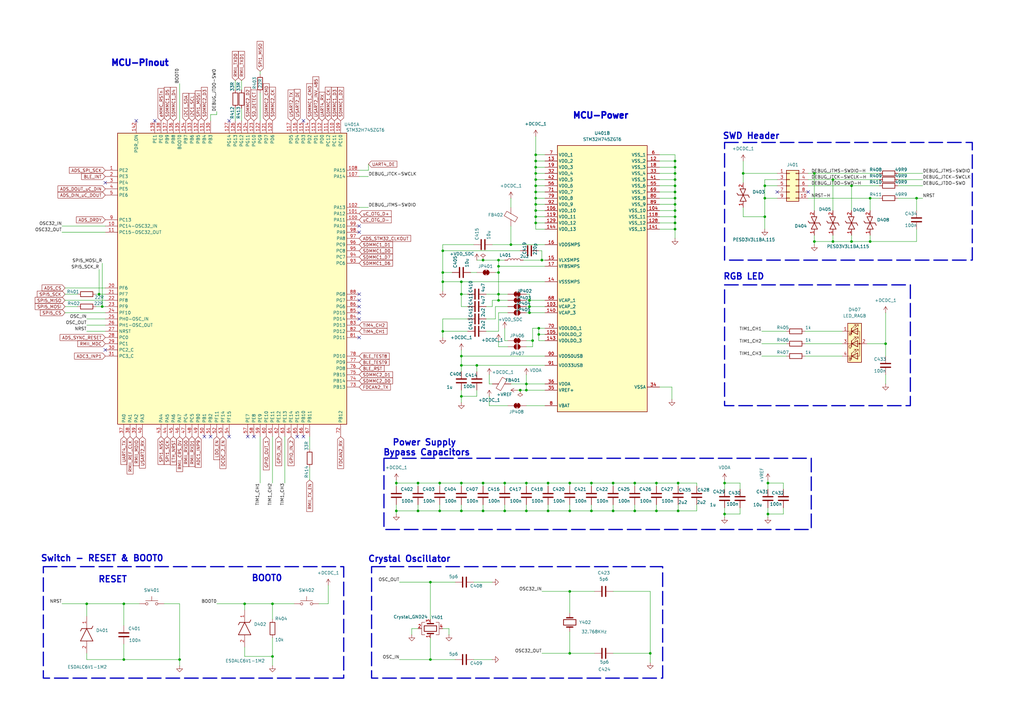
<source format=kicad_sch>
(kicad_sch (version 20231120) (generator "eeschema") (generator_version "8.0")
  (paper "A3")
  (title_block (title "Energy Monitoring System") (company "Manufacturing Innovation Network Laboratory (MINLab)") (comment 1 "Developed by Vignesh Selvaraj"))
  (junction (at 219.71 83.82))
  (junction (at 276.86 83.82))
  (junction (at 314.96 210.82))
  (junction (at 204.47 111.76))
  (junction (at 189.23 162.56))
  (junction (at 198.12 106.68))
  (junction (at 180.34 198.12))
  (junction (at 189.23 198.12))
  (junction (at 233.68 267.97))
  (junction (at 111.76 269.24))
  (junction (at 219.71 81.28))
  (junction (at 171.45 198.12))
  (junction (at 224.79 209.55))
  (junction (at 363.22 140.97))
  (junction (at 181.61 115.57))
  (junction (at 209.55 100.33))
  (junction (at 215.9 209.55))
  (junction (at 181.61 135.89))
  (junction (at 181.61 102.87))
  (junction (at 276.86 93.98))
  (junction (at 189.23 120.65))
  (junction (at 218.44 139.7))
  (junction (at 334.01 71.12))
  (junction (at 219.71 63.5))
  (junction (at 276.86 68.58))
  (junction (at 260.35 209.55))
  (junction (at 297.18 210.82))
  (junction (at 35.56 247.65))
  (junction (at 251.46 198.12))
  (junction (at 220.98 137.16))
  (junction (at 233.68 209.55))
  (junction (at 222.25 106.68))
  (junction (at 217.17 128.27))
  (junction (at 213.36 160.02))
  (junction (at 219.71 91.44))
  (junction (at 341.63 99.06))
  (junction (at 242.57 198.12))
  (junction (at 217.17 125.73))
  (junction (at 215.9 157.48))
  (junction (at 207.01 198.12))
  (junction (at 189.23 209.55))
  (junction (at 181.61 111.76))
  (junction (at 219.71 76.2))
  (junction (at 204.47 120.65))
  (junction (at 278.13 198.12))
  (junction (at 276.86 66.04))
  (junction (at 204.47 109.22))
  (junction (at 198.12 198.12))
  (junction (at 233.68 198.12))
  (junction (at 50.8 270.51))
  (junction (at 171.45 209.55))
  (junction (at 304.8 71.12))
  (junction (at 73.66 270.51))
  (junction (at 349.25 76.2))
  (junction (at 313.69 88.9))
  (junction (at 195.58 149.86))
  (junction (at 219.71 86.36))
  (junction (at 276.86 71.12))
  (junction (at 100.33 247.65))
  (junction (at 176.53 238.76))
  (junction (at 207.01 209.55))
  (junction (at 189.23 115.57))
  (junction (at 341.63 73.66))
  (junction (at 219.71 71.12))
  (junction (at 251.46 209.55))
  (junction (at 204.47 106.68))
  (junction (at 276.86 86.36))
  (junction (at 215.9 198.12))
  (junction (at 276.86 73.66))
  (junction (at 269.24 198.12))
  (junction (at 314.96 198.12))
  (junction (at 50.8 247.65))
  (junction (at 219.71 66.04))
  (junction (at 189.23 149.86))
  (junction (at 276.86 88.9))
  (junction (at 220.98 134.62))
  (junction (at 162.56 209.55))
  (junction (at 356.87 81.28))
  (junction (at 204.47 123.19))
  (junction (at 297.18 198.12))
  (junction (at 276.86 91.44))
  (junction (at 219.71 68.58))
  (junction (at 356.87 99.06))
  (junction (at 176.53 270.51))
  (junction (at 215.9 160.02))
  (junction (at 276.86 81.28))
  (junction (at 219.71 78.74))
  (junction (at 219.71 73.66))
  (junction (at 189.23 146.05))
  (junction (at 266.7 267.97))
  (junction (at 198.12 209.55))
  (junction (at 269.24 209.55))
  (junction (at 313.69 81.28))
  (junction (at 334.01 99.06))
  (junction (at 41.91 125.73))
  (junction (at 375.92 81.28))
  (junction (at 242.57 209.55))
  (junction (at 111.76 247.65))
  (junction (at 217.17 123.19))
  (junction (at 180.34 209.55))
  (junction (at 219.71 88.9))
  (junction (at 278.13 209.55))
  (junction (at 40.64 120.65))
  (junction (at 276.86 78.74))
  (junction (at 233.68 242.57))
  (junction (at 260.35 198.12))
  (junction (at 224.79 198.12))
  (junction (at 276.86 76.2))
  (junction (at 313.69 76.2))
  (junction (at 162.56 198.12))
  (junction (at 349.25 99.06))
  (no_connect (at 147.32 125.73))
  (no_connect (at 63.5 49.53))
  (no_connect (at 124.46 179.07))
  (no_connect (at 43.18 143.51))
  (no_connect (at 93.98 49.53))
  (no_connect (at 93.98 179.07))
  (no_connect (at 83.82 179.07))
  (no_connect (at 147.32 128.27))
  (no_connect (at 101.6 179.07))
  (no_connect (at 147.32 130.81))
  (no_connect (at 104.14 179.07))
  (no_connect (at 121.92 179.07))
  (no_connect (at 147.32 120.65))
  (no_connect (at 147.32 95.25))
  (no_connect (at 124.46 49.53))
  (no_connect (at 147.32 138.43))
  (no_connect (at 147.32 123.19))
  (no_connect (at 86.36 179.07))
  (no_connect (at 147.32 92.71))
  (no_connect (at 318.77 78.74))
  (no_connect (at 331.47 78.74))
  (no_connect (at 55.88 49.53))
  (no_connect (at 43.18 74.93))
  (wire (pts (xy 251.46 209.55) (xy 260.35 209.55)))
  (wire (pts (xy 181.61 130.81) (xy 181.61 135.89)))
  (wire (pts (xy 270.51 81.28) (xy 276.86 81.28)))
  (wire (pts (xy 189.23 125.73) (xy 189.23 120.65)))
  (wire (pts (xy 215.9 128.27) (xy 217.17 128.27)))
  (wire (pts (xy 224.79 209.55) (xy 233.68 209.55)))
  (wire (pts (xy 189.23 149.86) (xy 189.23 146.05)))
  (wire (pts (xy 162.56 209.55) (xy 162.56 210.82)))
  (wire (pts (xy 223.52 134.62) (xy 220.98 134.62)))
  (wire (pts (xy 100.33 265.43) (xy 100.33 269.24)))
  (wire (pts (xy 88.9 247.65) (xy 100.33 247.65)))
  (wire (pts (xy 313.69 88.9) (xy 313.69 93.98)))
  (wire (pts (xy 100.33 247.65) (xy 111.76 247.65)))
  (wire (pts (xy 276.86 88.9) (xy 276.86 91.44)))
  (wire (pts (xy 304.8 88.9) (xy 313.69 88.9)))
  (wire (pts (xy 209.55 81.28) (xy 209.55 85.09)))
  (wire (pts (xy 224.79 198.12) (xy 233.68 198.12)))
  (wire (pts (xy 356.87 81.28) (xy 356.87 86.36)))
  (wire (pts (xy 35.56 247.65) (xy 50.8 247.65)))
  (wire (pts (xy 368.3 73.66) (xy 378.46 73.66)))
  (wire (pts (xy 251.46 207.01) (xy 251.46 209.55)))
  (wire (pts (xy 356.87 96.52) (xy 356.87 99.06)))
  (wire (pts (xy 204.47 106.68) (xy 207.01 106.68)))
  (wire (pts (xy 220.98 102.87) (xy 222.25 102.87)))
  (wire (pts (xy 198.12 207.01) (xy 198.12 209.55)))
  (wire (pts (xy 270.51 91.44) (xy 276.86 91.44)))
  (wire (pts (xy 215.9 209.55) (xy 224.79 209.55)))
  (wire (pts (xy 278.13 198.12) (xy 285.75 198.12)))
  (wire (pts (xy 207.01 139.7) (xy 208.28 139.7)))
  (wire (pts (xy 41.91 107.95) (xy 41.91 125.73)))
  (wire (pts (xy 73.66 270.51) (xy 73.66 273.05)))
  (wire (pts (xy 201.93 270.51) (xy 194.31 270.51)))
  (wire (pts (xy 223.52 128.27) (xy 217.17 128.27)))
  (wire (pts (xy 25.4 247.65) (xy 35.56 247.65)))
  (wire (pts (xy 215.9 207.01) (xy 215.9 209.55)))
  (wire (pts (xy 220.98 134.62) (xy 218.44 134.62)))
  (wire (pts (xy 214.63 106.68) (xy 222.25 106.68)))
  (wire (pts (xy 111.76 247.65) (xy 120.65 247.65)))
  (wire (pts (xy 304.8 71.12) (xy 318.77 71.12)))
  (wire (pts (xy 313.69 76.2) (xy 313.69 81.28)))
  (wire (pts (xy 297.18 198.12) (xy 297.18 200.66)))
  (wire (pts (xy 35.56 270.51) (xy 50.8 270.51)))
  (wire (pts (xy 297.18 210.82) (xy 303.53 210.82)))
  (wire (pts (xy 162.56 196.85) (xy 162.56 198.12)))
  (wire (pts (xy 200.66 157.48) (xy 201.93 157.48)))
  (wire (pts (xy 269.24 198.12) (xy 278.13 198.12)))
  (wire (pts (xy 73.66 247.65) (xy 73.66 270.51)))
  (wire (pts (xy 218.44 139.7) (xy 215.9 139.7)))
  (wire (pts (xy 215.9 125.73) (xy 217.17 125.73)))
  (wire (pts (xy 314.96 208.28) (xy 314.96 210.82)))
  (wire (pts (xy 314.96 196.85) (xy 314.96 198.12)))
  (wire (pts (xy 251.46 267.97) (xy 266.7 267.97)))
  (wire (pts (xy 191.77 125.73) (xy 189.23 125.73)))
  (wire (pts (xy 180.34 207.01) (xy 180.34 209.55)))
  (wire (pts (xy 219.71 76.2) (xy 219.71 73.66)))
  (wire (pts (xy 201.93 125.73) (xy 201.93 123.19)))
  (wire (pts (xy 223.52 68.58) (xy 219.71 68.58)))
  (wire (pts (xy 314.96 210.82) (xy 321.31 210.82)))
  (wire (pts (xy 176.53 238.76) (xy 163.83 238.76)))
  (wire (pts (xy 219.71 71.12) (xy 219.71 73.66)))
  (wire (pts (xy 260.35 207.01) (xy 260.35 209.55)))
  (wire (pts (xy 203.2 111.76) (xy 204.47 111.76)))
  (wire (pts (xy 207.01 199.39) (xy 207.01 198.12)))
  (wire (pts (xy 269.24 209.55) (xy 260.35 209.55)))
  (wire (pts (xy 270.51 76.2) (xy 276.86 76.2)))
  (wire (pts (xy 270.51 88.9) (xy 276.86 88.9)))
  (wire (pts (xy 88.9 45.72) (xy 88.9 46.99)))
  (wire (pts (xy 270.51 68.58) (xy 276.86 68.58)))
  (wire (pts (xy 330.2 140.97) (xy 345.44 140.97)))
  (wire (pts (xy 223.52 78.74) (xy 219.71 78.74)))
  (wire (pts (xy 73.66 34.29) (xy 73.66 49.53)))
  (wire (pts (xy 208.28 120.65) (xy 204.47 120.65)))
  (wire (pts (xy 219.71 91.44) (xy 219.71 88.9)))
  (wire (pts (xy 171.45 198.12) (xy 180.34 198.12)))
  (wire (pts (xy 207.01 207.01) (xy 207.01 209.55)))
  (wire (pts (xy 189.23 146.05) (xy 189.23 143.51)))
  (wire (pts (xy 194.31 100.33) (xy 181.61 100.33)))
  (wire (pts (xy 217.17 120.65) (xy 217.17 123.19)))
  (wire (pts (xy 111.76 254) (xy 111.76 247.65)))
  (wire (pts (xy 270.51 71.12) (xy 276.86 71.12)))
  (wire (pts (xy 269.24 209.55) (xy 278.13 209.55)))
  (wire (pts (xy 189.23 198.12) (xy 198.12 198.12)))
  (wire (pts (xy 349.25 76.2) (xy 360.68 76.2)))
  (wire (pts (xy 219.71 63.5) (xy 219.71 55.88)))
  (wire (pts (xy 198.12 198.12) (xy 207.01 198.12)))
  (wire (pts (xy 330.2 135.89) (xy 345.44 135.89)))
  (wire (pts (xy 285.75 199.39) (xy 285.75 198.12)))
  (wire (pts (xy 356.87 81.28) (xy 360.68 81.28)))
  (wire (pts (xy 270.51 73.66) (xy 276.86 73.66)))
  (wire (pts (xy 195.58 106.68) (xy 198.12 106.68)))
  (wire (pts (xy 219.71 81.28) (xy 219.71 78.74)))
  (wire (pts (xy 198.12 199.39) (xy 198.12 198.12)))
  (wire (pts (xy 314.96 198.12) (xy 314.96 200.66)))
  (wire (pts (xy 181.61 102.87) (xy 181.61 111.76)))
  (wire (pts (xy 195.58 162.56) (xy 189.23 162.56)))
  (wire (pts (xy 217.17 125.73) (xy 217.17 128.27)))
  (wire (pts (xy 341.63 73.66) (xy 341.63 86.36)))
  (wire (pts (xy 50.8 256.54) (xy 50.8 247.65)))
  (wire (pts (xy 270.51 93.98) (xy 276.86 93.98)))
  (wire (pts (xy 100.33 269.24) (xy 111.76 269.24)))
  (wire (pts (xy 331.47 76.2) (xy 349.25 76.2)))
  (wire (pts (xy 215.9 160.02) (xy 215.9 157.48)))
  (wire (pts (xy 368.3 76.2) (xy 378.46 76.2)))
  (wire (pts (xy 219.71 86.36) (xy 219.71 83.82)))
  (wire (pts (xy 223.52 109.22) (xy 204.47 109.22)))
  (wire (pts (xy 349.25 99.06) (xy 341.63 99.06)))
  (wire (pts (xy 40.64 110.49) (xy 40.64 120.65)))
  (wire (pts (xy 203.2 130.81) (xy 203.2 125.73)))
  (wire (pts (xy 313.69 81.28) (xy 313.69 88.9)))
  (wire (pts (xy 222.25 267.97) (xy 233.68 267.97)))
  (wire (pts (xy 224.79 207.01) (xy 224.79 209.55)))
  (wire (pts (xy 96.52 33.02) (xy 96.52 36.83)))
  (wire (pts (xy 223.52 63.5) (xy 219.71 63.5)))
  (wire (pts (xy 219.71 68.58) (xy 219.71 71.12)))
  (wire (pts (xy 189.23 120.65) (xy 189.23 115.57)))
  (wire (pts (xy 220.98 137.16) (xy 223.52 137.16)))
  (wire (pts (xy 209.55 157.48) (xy 215.9 157.48)))
  (wire (pts (xy 198.12 209.55) (xy 207.01 209.55)))
  (wire (pts (xy 171.45 209.55) (xy 180.34 209.55)))
  (wire (pts (xy 26.67 123.19) (xy 43.18 123.19)))
  (wire (pts (xy 251.46 198.12) (xy 260.35 198.12)))
  (wire (pts (xy 304.8 66.04) (xy 304.8 71.12)))
  (wire (pts (xy 297.18 210.82) (xy 297.18 212.09)))
  (wire (pts (xy 181.61 111.76) (xy 185.42 111.76)))
  (wire (pts (xy 35.56 133.35) (xy 43.18 133.35)))
  (wire (pts (xy 127 184.15) (xy 127 179.07)))
  (wire (pts (xy 313.69 76.2) (xy 318.77 76.2)))
  (wire (pts (xy 303.53 200.66) (xy 303.53 198.12)))
  (wire (pts (xy 242.57 207.01) (xy 242.57 209.55)))
  (wire (pts (xy 285.75 207.01) (xy 285.75 209.55)))
  (wire (pts (xy 269.24 199.39) (xy 269.24 198.12)))
  (wire (pts (xy 270.51 83.82) (xy 276.86 83.82)))
  (wire (pts (xy 176.53 270.51) (xy 176.53 261.62)))
  (wire (pts (xy 363.22 153.67) (xy 363.22 157.48)))
  (wire (pts (xy 321.31 208.28) (xy 321.31 210.82)))
  (wire (pts (xy 276.86 81.28) (xy 276.86 83.82)))
  (wire (pts (xy 26.67 125.73) (xy 31.75 125.73)))
  (wire (pts (xy 375.92 93.98) (xy 375.92 99.06)))
  (wire (pts (xy 223.52 86.36) (xy 219.71 86.36)))
  (wire (pts (xy 204.47 106.68) (xy 204.47 109.22)))
  (wire (pts (xy 191.77 120.65) (xy 189.23 120.65)))
  (wire (pts (xy 99.06 33.02) (xy 99.06 36.83)))
  (wire (pts (xy 276.86 78.74) (xy 276.86 81.28)))
  (wire (pts (xy 304.8 85.09) (xy 304.8 88.9)))
  (wire (pts (xy 334.01 71.12) (xy 334.01 86.36)))
  (wire (pts (xy 201.93 123.19) (xy 204.47 123.19)))
  (wire (pts (xy 223.52 66.04) (xy 219.71 66.04)))
  (wire (pts (xy 233.68 207.01) (xy 233.68 209.55)))
  (wire (pts (xy 111.76 179.07) (xy 111.76 198.12)))
  (wire (pts (xy 321.31 200.66) (xy 321.31 198.12)))
  (wire (pts (xy 223.52 100.33) (xy 209.55 100.33)))
  (wire (pts (xy 334.01 71.12) (xy 360.68 71.12)))
  (wire (pts (xy 40.64 120.65) (xy 43.18 120.65)))
  (wire (pts (xy 147.32 72.39) (xy 151.13 72.39)))
  (wire (pts (xy 260.35 198.12) (xy 269.24 198.12)))
  (wire (pts (xy 375.92 99.06) (xy 356.87 99.06)))
  (wire (pts (xy 199.39 135.89) (xy 204.47 135.89)))
  (wire (pts (xy 180.34 198.12) (xy 189.23 198.12)))
  (wire (pts (xy 184.15 257.81) (xy 184.15 260.35)))
  (wire (pts (xy 303.53 208.28) (xy 303.53 210.82)))
  (wire (pts (xy 276.86 86.36) (xy 276.86 88.9)))
  (wire (pts (xy 218.44 134.62) (xy 218.44 139.7)))
  (wire (pts (xy 223.52 88.9) (xy 219.71 88.9)))
  (wire (pts (xy 242.57 198.12) (xy 251.46 198.12)))
  (wire (pts (xy 331.47 71.12) (xy 334.01 71.12)))
  (wire (pts (xy 355.6 140.97) (xy 363.22 140.97)))
  (wire (pts (xy 233.68 242.57) (xy 233.68 251.46)))
  (wire (pts (xy 193.04 111.76) (xy 195.58 111.76)))
  (wire (pts (xy 208.28 142.24) (xy 204.47 142.24)))
  (wire (pts (xy 270.51 86.36) (xy 276.86 86.36)))
  (wire (pts (xy 222.25 242.57) (xy 233.68 242.57)))
  (wire (pts (xy 162.56 198.12) (xy 162.56 199.39)))
  (wire (pts (xy 204.47 128.27) (xy 208.28 128.27)))
  (wire (pts (xy 195.58 149.86) (xy 189.23 149.86)))
  (wire (pts (xy 180.34 209.55) (xy 189.23 209.55)))
  (wire (pts (xy 331.47 81.28) (xy 356.87 81.28)))
  (wire (pts (xy 233.68 198.12) (xy 242.57 198.12)))
  (wire (pts (xy 215.9 153.67) (xy 215.9 157.48)))
  (wire (pts (xy 313.69 73.66) (xy 313.69 76.2)))
  (wire (pts (xy 208.28 166.37) (xy 200.66 166.37)))
  (wire (pts (xy 181.61 257.81) (xy 184.15 257.81)))
  (wire (pts (xy 147.32 85.09) (xy 151.13 85.09)))
  (wire (pts (xy 195.58 160.02) (xy 195.58 162.56)))
  (wire (pts (xy 171.45 207.01) (xy 171.45 209.55)))
  (wire (pts (xy 313.69 81.28) (xy 318.77 81.28)))
  (wire (pts (xy 233.68 209.55) (xy 242.57 209.55)))
  (wire (pts (xy 116.84 179.07) (xy 116.84 198.12)))
  (wire (pts (xy 233.68 259.08) (xy 233.68 267.97)))
  (wire (pts (xy 334.01 96.52) (xy 334.01 99.06)))
  (wire (pts (xy 222.25 106.68) (xy 223.52 106.68)))
  (wire (pts (xy 275.59 158.75) (xy 275.59 163.83)))
  (wire (pts (xy 41.91 125.73) (xy 43.18 125.73)))
  (wire (pts (xy 212.09 160.02) (xy 213.36 160.02)))
  (wire (pts (xy 35.56 247.65) (xy 35.56 252.73)))
  (wire (pts (xy 163.83 270.51) (xy 176.53 270.51)))
  (wire (pts (xy 242.57 199.39) (xy 242.57 198.12)))
  (wire (pts (xy 215.9 120.65) (xy 217.17 120.65)))
  (wire (pts (xy 86.36 46.99) (xy 86.36 49.53)))
  (wire (pts (xy 312.42 140.97) (xy 322.58 140.97)))
  (wire (pts (xy 312.42 135.89) (xy 322.58 135.89)))
  (wire (pts (xy 191.77 135.89) (xy 181.61 135.89)))
  (wire (pts (xy 195.58 149.86) (xy 195.58 152.4)))
  (wire (pts (xy 334.01 99.06) (xy 334.01 100.33)))
  (wire (pts (xy 199.39 125.73) (xy 201.93 125.73)))
  (wire (pts (xy 223.52 149.86) (xy 195.58 149.86)))
  (wire (pts (xy 181.61 115.57) (xy 189.23 115.57)))
  (wire (pts (xy 375.92 81.28) (xy 375.92 86.36)))
  (wire (pts (xy 147.32 69.85) (xy 151.13 69.85)))
  (wire (pts (xy 219.71 93.98) (xy 219.71 91.44)))
  (wire (pts (xy 186.69 238.76) (xy 176.53 238.76)))
  (wire (pts (xy 368.3 71.12) (xy 378.46 71.12)))
  (wire (pts (xy 25.4 92.71) (xy 43.18 92.71)))
  (wire (pts (xy 106.68 38.1) (xy 106.68 49.53)))
  (wire (pts (xy 223.52 91.44) (xy 219.71 91.44)))
  (wire (pts (xy 318.77 73.66) (xy 313.69 73.66)))
  (wire (pts (xy 100.33 247.65) (xy 100.33 250.19)))
  (wire (pts (xy 375.92 81.28) (xy 378.46 81.28)))
  (wire (pts (xy 162.56 207.01) (xy 162.56 209.55)))
  (wire (pts (xy 181.61 135.89) (xy 181.61 138.43)))
  (wire (pts (xy 297.18 208.28) (xy 297.18 210.82)))
  (wire (pts (xy 207.01 209.55) (xy 215.9 209.55)))
  (wire (pts (xy 276.86 93.98) (xy 276.86 97.79)))
  (wire (pts (xy 223.52 71.12) (xy 219.71 71.12)))
  (wire (pts (xy 341.63 99.06) (xy 334.01 99.06)))
  (wire (pts (xy 200.66 166.37) (xy 200.66 162.56)))
  (wire (pts (xy 207.01 134.62) (xy 207.01 139.7)))
  (wire (pts (xy 199.39 120.65) (xy 204.47 120.65)))
  (wire (pts (xy 204.47 123.19) (xy 204.47 120.65)))
  (wire (pts (xy 276.86 76.2) (xy 276.86 78.74)))
  (wire (pts (xy 270.51 78.74) (xy 276.86 78.74)))
  (wire (pts (xy 223.52 83.82) (xy 219.71 83.82)))
  (wire (pts (xy 276.86 68.58) (xy 276.86 71.12)))
  (wire (pts (xy 35.56 130.81) (xy 43.18 130.81)))
  (wire (pts (xy 189.23 149.86) (xy 189.23 152.4)))
  (wire (pts (xy 321.31 198.12) (xy 314.96 198.12)))
  (wire (pts (xy 171.45 209.55) (xy 162.56 209.55)))
  (wire (pts (xy 186.69 270.51) (xy 176.53 270.51)))
  (wire (pts (xy 312.42 146.05) (xy 322.58 146.05)))
  (wire (pts (xy 276.86 83.82) (xy 276.86 86.36)))
  (wire (pts (xy 330.2 146.05) (xy 345.44 146.05)))
  (wire (pts (xy 269.24 207.01) (xy 269.24 209.55)))
  (wire (pts (xy 276.86 63.5) (xy 276.86 66.04)))
  (wire (pts (xy 266.7 242.57) (xy 266.7 267.97)))
  (wire (pts (xy 303.53 198.12) (xy 297.18 198.12)))
  (wire (pts (xy 215.9 199.39) (xy 215.9 198.12)))
  (wire (pts (xy 276.86 91.44) (xy 276.86 93.98)))
  (wire (pts (xy 356.87 99.06) (xy 349.25 99.06)))
  (wire (pts (xy 88.9 46.99) (xy 86.36 46.99)))
  (wire (pts (xy 180.34 199.39) (xy 180.34 198.12)))
  (wire (pts (xy 189.23 207.01) (xy 189.23 209.55)))
  (wire (pts (xy 99.06 44.45) (xy 99.06 49.53)))
  (wire (pts (xy 204.47 135.89) (xy 204.47 128.27)))
  (wire (pts (xy 111.76 269.24) (xy 111.76 273.05)))
  (wire (pts (xy 67.31 247.65) (xy 73.66 247.65)))
  (wire (pts (xy 215.9 157.48) (xy 223.52 157.48)))
  (wire (pts (xy 260.35 199.39) (xy 260.35 198.12)))
  (wire (pts (xy 223.52 81.28) (xy 219.71 81.28)))
  (wire (pts (xy 96.52 44.45) (xy 96.52 49.53)))
  (wire (pts (xy 278.13 207.01) (xy 278.13 209.55)))
  (wire (pts (xy 368.3 81.28) (xy 375.92 81.28)))
  (wire (pts (xy 223.52 93.98) (xy 219.71 93.98)))
  (wire (pts (xy 349.25 96.52) (xy 349.25 99.06)))
  (wire (pts (xy 251.46 242.57) (xy 266.7 242.57)))
  (wire (pts (xy 189.23 199.39) (xy 189.23 198.12)))
  (wire (pts (xy 162.56 198.12) (xy 171.45 198.12)))
  (wire (pts (xy 233.68 199.39) (xy 233.68 198.12)))
  (wire (pts (xy 217.17 123.19) (xy 223.52 123.19)))
  (wire (pts (xy 171.45 257.81) (xy 168.91 257.81)))
  (wire (pts (xy 130.81 247.65) (xy 134.62 247.65)))
  (wire (pts (xy 276.86 71.12) (xy 276.86 73.66)))
  (wire (pts (xy 223.52 76.2) (xy 219.71 76.2)))
  (wire (pts (xy 215.9 198.12) (xy 224.79 198.12)))
  (wire (pts (xy 50.8 264.16) (xy 50.8 270.51)))
  (wire (pts (xy 215.9 123.19) (xy 217.17 123.19)))
  (wire (pts (xy 251.46 199.39) (xy 251.46 198.12)))
  (wire (pts (xy 219.71 88.9) (xy 219.71 86.36)))
  (wire (pts (xy 209.55 92.71) (xy 209.55 100.33)))
  (wire (pts (xy 204.47 111.76) (xy 204.47 120.65)))
  (wire (pts (xy 134.62 247.65) (xy 134.62 240.03)))
  (wire (pts (xy 276.86 66.04) (xy 276.86 68.58)))
  (wire (pts (xy 35.56 135.89) (xy 43.18 135.89)))
  (wire (pts (xy 285.75 209.55) (xy 278.13 209.55)))
  (wire (pts (xy 314.96 210.82) (xy 314.96 212.09)))
  (wire (pts (xy 219.71 83.82) (xy 219.71 81.28)))
  (wire (pts (xy 304.8 71.12) (xy 304.8 74.93)))
  (wire (pts (xy 204.47 142.24) (xy 204.47 139.7)))
  (wire (pts (xy 189.23 160.02) (xy 189.23 162.56)))
  (wire (pts (xy 26.67 120.65) (xy 31.75 120.65)))
  (wire (pts (xy 270.51 66.04) (xy 276.86 66.04)))
  (wire (pts (xy 222.25 102.87) (xy 222.25 106.68)))
  (wire (pts (xy 220.98 134.62) (xy 220.98 137.16)))
  (wire (pts (xy 220.98 137.16) (xy 220.98 139.7)))
  (wire (pts (xy 26.67 128.27) (xy 43.18 128.27)))
  (wire (pts (xy 363.22 140.97) (xy 363.22 128.27)))
  (wire (pts (xy 200.66 153.67) (xy 200.66 157.48)))
  (wire (pts (xy 215.9 166.37) (xy 223.52 166.37)))
  (wire (pts (xy 111.76 261.62) (xy 111.76 269.24)))
  (wire (pts (xy 199.39 130.81) (xy 203.2 130.81)))
  (wire (pts (xy 181.61 102.87) (xy 213.36 102.87)))
  (wire (pts (xy 242.57 209.55) (xy 251.46 209.55)))
  (wire (pts (xy 181.61 115.57) (xy 181.61 119.38)))
  (wire (pts (xy 217.17 123.19) (xy 217.17 125.73)))
  (wire (pts (xy 270.51 63.5) (xy 276.86 63.5)))
  (wire (pts (xy 349.25 76.2) (xy 349.25 86.36)))
  (wire (pts (xy 106.68 179.07) (xy 106.68 198.12)))
  (wire (pts (xy 181.61 111.76) (xy 181.61 115.57)))
  (wire (pts (xy 297.18 196.85) (xy 297.18 198.12)))
  (wire (pts (xy 201.93 100.33) (xy 209.55 100.33)))
  (wire (pts (xy 215.9 142.24) (xy 218.44 142.24)))
  (wire (pts (xy 218.44 142.24) (xy 218.44 139.7)))
  (wire (pts (xy 39.37 120.65) (xy 40.64 120.65)))
  (wire (pts (xy 217.17 125.73) (xy 223.52 125.73)))
  (wire (pts (xy 50.8 270.51) (xy 73.66 270.51)))
  (wire (pts (xy 208.28 123.19) (xy 204.47 123.19)))
  (wire (pts (xy 266.7 267.97) (xy 266.7 271.78)))
  (wire (pts (xy 26.67 118.11) (xy 43.18 118.11)))
  (wire (pts (xy 219.71 68.58) (xy 219.71 66.04)))
  (wire (pts (xy 223.52 160.02) (xy 215.9 160.02)))
  (wire (pts (xy 276.86 73.66) (xy 276.86 76.2)))
  (wire (pts (xy 201.93 238.76) (xy 194.31 238.76)))
  (wire (pts (xy 171.45 199.39) (xy 171.45 198.12)))
  (wire (pts (xy 223.52 146.05) (xy 189.23 146.05)))
  (wire (pts (xy 181.61 100.33) (xy 181.61 102.87)))
  (wire (pts (xy 219.71 78.74) (xy 219.71 76.2)))
  (wire (pts (xy 168.91 257.81) (xy 168.91 260.35)))
  (wire (pts (xy 219.71 66.04) (xy 219.71 63.5)))
  (wire (pts (xy 25.4 95.25) (xy 43.18 95.25)))
  (wire (pts (xy 204.47 111.76) (xy 204.47 109.22)))
  (wire (pts (xy 224.79 199.39) (xy 224.79 198.12)))
  (wire (pts (xy 106.68 29.21) (xy 106.68 30.48)))
  (wire (pts (xy 233.68 267.97) (xy 243.84 267.97)))
  (wire (pts (xy 189.23 115.57) (xy 223.52 115.57)))
  (wire (pts (xy 341.63 73.66) (xy 360.68 73.66)))
  (wire (pts (xy 50.8 247.65) (xy 57.15 247.65)))
  (wire (pts (xy 207.01 198.12) (xy 215.9 198.12)))
  (wire (pts (xy 189.23 162.56) (xy 189.23 165.1)))
  (wire (pts (xy 270.51 158.75) (xy 275.59 158.75)))
  (wire (pts (xy 176.53 254) (xy 176.53 238.76)))
  (wire (pts (xy 198.12 106.68) (xy 204.47 106.68)))
  (wire (pts (xy 233.68 242.57) (xy 243.84 242.57)))
  (wire (pts (xy 278.13 199.39) (xy 278.13 198.12)))
  (wire (pts (xy 213.36 160.02) (xy 215.9 160.02)))
  (wire (pts (xy 127 196.85) (xy 127 191.77)))
  (wire (pts (xy 363.22 140.97) (xy 363.22 146.05)))
  (wire (pts (xy 331.47 73.66) (xy 341.63 73.66)))
  (wire (pts (xy 223.52 139.7) (xy 220.98 139.7)))
  (wire (pts (xy 191.77 130.81) (xy 181.61 130.81)))
  (wire (pts (xy 39.37 125.73) (xy 41.91 125.73)))
  (wire (pts (xy 341.63 96.52) (xy 341.63 99.06)))
  (wire (pts (xy 151.13 69.85) (xy 151.13 67.31)))
  (wire (pts (xy 223.52 73.66) (xy 219.71 73.66)))
  (wire (pts (xy 189.23 209.55) (xy 198.12 209.55)))
  (wire (pts (xy 35.56 267.97) (xy 35.56 270.51)))
  (wire (pts (xy 203.2 125.73) (xy 208.28 125.73)))
  (rectangle (start 17.78 232.41) (end 140.97 278.13) (stroke (width 0.508) (type dash)))
  (rectangle (start 297.18 58.42) (end 398.78 106.68) (stroke (width 0.508) (type dash)))
  (rectangle (start 152.4 232.41) (end 271.78 278.13) (stroke (width 0.508) (type dash)))
  (rectangle (start 297.18 116.84) (end 373.38 166.37) (stroke (width 0.508) (type dash)))
  (rectangle (start 157.48 187.96) (end 332.74 217.17) (stroke (width 0.508) (type dash)))
  (text "Crystal Oscillator" (at 167.894 229.362 0) (effects (font (size 2.54 2.54) (thickness 0.508) (bold yes))))
  (text "MCU-Power" (at 246.38 47.498 0) (effects (font (size 2.54 2.54) (thickness 0.762) (bold yes))))
  (text "SWD Header" (at 308.102 55.88 0) (effects (font (size 2.54 2.54) (thickness 0.508) (bold yes))))
  (text "MCU-Pinout" (at 57.404 25.908 0) (effects (font (size 2.54 2.54) (thickness 0.762) (bold yes))))
  (text "RESET" (at 46.228 237.744 0) (effects (font (size 2.54 2.54) (thickness 0.508) (bold yes))))
  (text "BOOT0" (at 109.474 237.236 0) (effects (font (size 2.54 2.54) (thickness 0.508) (bold yes))))
  (text "Switch - RESET & BOOT0" (at 41.91 229.108 0) (effects (font (size 2.54 2.54) (thickness 0.508) (bold yes))))
  (text "Power Supply \nBypass Capacitors" (at 175.006 183.642 0) (effects (font (size 2.54 2.54) (thickness 0.508) (bold yes))))
  (text "RGB LED" (at 305.054 113.538 0) (effects (font (size 2.54 2.54) (thickness 0.508) (bold yes))))
  (label "OSC32_IN" (at 25.4 92.71 180))
  (label "OSC_IN" (at 35.56 130.81 180))
  (label "OSC_OUT" (at 35.56 133.35 180))
  (label "DEBUG_JTDO-SWO" (at 88.9 45.72 90))
  (label "TIM1_CH1" (at 312.42 135.89 180))
  (label "TIM1_CH2" (at 111.76 198.12 270))
  (label "BOOT0" (at 73.66 34.29 90))
  (label "DEBUG_JTMS-SWDIO" (at 151.13 85.09 0))
  (label "OSC32_IN" (at 222.25 242.57 180))
  (label "NRST" (at 35.56 135.89 180))
  (label "SPI5_SCK_R" (at 40.64 110.49 180))
  (label "DEBUG_JTCK-SWCLK" (at 151.13 72.39 0))
  (label "OSC32_OUT" (at 25.4 95.25 180))
  (label "NRST" (at 378.46 81.28 0))
  (label "TIM1_CH2" (at 312.42 140.97 180))
  (label "DEBUG_JTDO-SWO-H" (at 332.74 76.2 0))
  (label "NRST-H" (at 332.74 81.28 0))
  (label "OSC_OUT" (at 163.83 238.76 180))
  (label "TIM1_CH3" (at 312.42 146.05 180))
  (label "DEBUG_JTMS-SWDIO-H" (at 332.74 71.12 0))
  (label "TIM1_CH3" (at 116.84 198.12 270))
  (label "DEBUG_JTDO-SWO" (at 378.46 76.2 0))
  (label "NRST" (at 25.4 247.65 180))
  (label "OSC_IN" (at 163.83 270.51 180))
  (label "TIM1_CH1" (at 106.68 198.12 270))
  (label "DEBUG_JTMS-SWDIO" (at 378.46 71.12 0))
  (label "DEBUG_JTCK-SWCLK-H" (at 332.74 73.66 0))
  (label "SPI5_MOSI_R" (at 41.91 107.95 180))
  (label "BOOT0" (at 88.9 247.65 180))
  (label "DEBUG_JTCK-SWCLK" (at 378.46 73.66 0))
  (label "OSC32_OUT" (at 222.25 267.97 180))
  (global_label "RMII_CRS_DV" (shape input) (at 73.66 179.07 270) (property "Intersheetrefs" "${INTERSHEET_REFS}" (effects (hide yes))))
  (global_label "SDMMC2_CK" (shape input) (at 111.76 49.53 90) (property "Intersheetrefs" "${INTERSHEET_REFS}" (effects (hide yes))))
  (global_label "SPI1_SCK" (shape input) (at 68.58 179.07 270) (property "Intersheetrefs" "${INTERSHEET_REFS}" (effects (hide yes))))
  (global_label "SDMMC1_D6" (shape input) (at 147.32 107.95 0) (property "Intersheetrefs" "${INTERSHEET_REFS}" (effects (hide yes))))
  (global_label "RMII_TXD0" (shape input) (at 96.52 33.02 90) (property "Intersheetrefs" "${INTERSHEET_REFS}" (effects (hide yes))))
  (global_label "UART4_DE" (shape input) (at 151.13 67.31 0) (property "Intersheetrefs" "${INTERSHEET_REFS}" (effects (hide yes))))
  (global_label "TIM4_CH2" (shape input) (at 147.32 133.35 0) (property "Intersheetrefs" "${INTERSHEET_REFS}" (effects (hide yes))))
  (global_label "RMII_RXD1" (shape input) (at 78.74 179.07 270) (property "Intersheetrefs" "${INTERSHEET_REFS}" (effects (hide yes))))
  (global_label "FDCAN2_RX" (shape input) (at 139.7 179.07 270) (property "Intersheetrefs" "${INTERSHEET_REFS}" (effects (hide yes))))
  (global_label "USART2_DE" (shape input) (at 121.92 49.53 90) (property "Intersheetrefs" "${INTERSHEET_REFS}" (effects (hide yes))))
  (global_label "ADC1_INP9" (shape input) (at 81.28 179.07 270) (property "Intersheetrefs" "${INTERSHEET_REFS}" (effects (hide yes))))
  (global_label "uC_OTG_D-" (shape input) (at 147.32 90.17 0) (property "Intersheetrefs" "${INTERSHEET_REFS}" (effects (hide yes))))
  (global_label "RMII_MDC" (shape input) (at 43.18 140.97 180) (property "Intersheetrefs" "${INTERSHEET_REFS}" (effects (hide yes))))
  (global_label "SPI1_MOSI" (shape input) (at 81.28 49.53 90) (property "Intersheetrefs" "${INTERSHEET_REFS}" (effects (hide yes))))
  (global_label "TIM4_CH1" (shape input) (at 147.32 135.89 0) (property "Intersheetrefs" "${INTERSHEET_REFS}" (effects (hide yes))))
  (global_label "BLE_RST" (shape input) (at 147.32 151.13 0) (property "Intersheetrefs" "${INTERSHEET_REFS}" (effects (hide yes))))
  (global_label "SDMMC2_CMD" (shape input) (at 109.22 49.53 90) (property "Intersheetrefs" "${INTERSHEET_REFS}" (effects (hide yes))))
  (global_label "USART2_INV_485" (shape input) (at 129.54 49.53 90) (property "Intersheetrefs" "${INTERSHEET_REFS}" (effects (hide yes))))
  (global_label "I2C1_SCL" (shape input) (at 78.74 49.53 90) (property "Intersheetrefs" "${INTERSHEET_REFS}" (effects (hide yes))))
  (global_label "eMMC_RSTn" (shape input) (at 66.04 49.53 90) (property "Intersheetrefs" "${INTERSHEET_REFS}" (effects (hide yes))))
  (global_label "USART2_TX" (shape input) (at 119.38 49.53 90) (property "Intersheetrefs" "${INTERSHEET_REFS}" (effects (hide yes))))
  (global_label "SD_DETECT" (shape input) (at 104.14 49.53 90) (property "Intersheetrefs" "${INTERSHEET_REFS}" (effects (hide yes))))
  (global_label "SPI1_MISO" (shape input) (at 106.68 29.21 90) (property "Intersheetrefs" "${INTERSHEET_REFS}" (effects (hide yes))))
  (global_label "SDMMC2_D2" (shape input) (at 101.6 49.53 90) (property "Intersheetrefs" "${INTERSHEET_REFS}" (effects (hide yes))))
  (global_label "UART4_TX" (shape input) (at 50.8 179.07 270) (property "Intersheetrefs" "${INTERSHEET_REFS}" (effects (hide yes))))
  (global_label "GPIO_IN_1" (shape input) (at 114.3 179.07 270) (property "Intersheetrefs" "${INTERSHEET_REFS}" (effects (hide yes))))
  (global_label "ADS_STM32_CLKOUT" (shape input) (at 147.32 97.79 0) (property "Intersheetrefs" "${INTERSHEET_REFS}" (effects (hide yes))))
  (global_label "ADS_DIN_uC_DOUT" (shape input) (at 43.18 80.01 180) (property "Intersheetrefs" "${INTERSHEET_REFS}" (effects (hide yes))))
  (global_label "SDMMC1_D7" (shape input) (at 147.32 105.41 0) (property "Intersheetrefs" "${INTERSHEET_REFS}" (effects (hide yes))))
  (global_label "USART2_RX" (shape input) (at 58.42 179.07 270) (property "Intersheetrefs" "${INTERSHEET_REFS}" (effects (hide yes))))
  (global_label "SDMMC1_D0" (shape input) (at 147.32 102.87 0) (property "Intersheetrefs" "${INTERSHEET_REFS}" (effects (hide yes))))
  (global_label "SPI1_NSS" (shape input) (at 66.04 179.07 270) (property "Intersheetrefs" "${INTERSHEET_REFS}" (effects (hide yes))))
  (global_label "RMII_REF_CLK" (shape input) (at 53.34 179.07 270) (property "Intersheetrefs" "${INTERSHEET_REFS}" (effects (hide yes))))
  (global_label "BLE_TEST9" (shape input) (at 147.32 148.59 0) (property "Intersheetrefs" "${INTERSHEET_REFS}" (effects (hide yes))))
  (global_label "SDMMC2_D0" (shape input) (at 147.32 156.21 0) (property "Intersheetrefs" "${INTERSHEET_REFS}" (effects (hide yes))))
  (global_label "BLE_INT" (shape input) (at 43.18 72.39 180) (property "Intersheetrefs" "${INTERSHEET_REFS}" (effects (hide yes))))
  (global_label "ADC3_INP1" (shape input) (at 43.18 146.05 180) (property "Intersheetrefs" "${INTERSHEET_REFS}" (effects (hide yes))))
  (global_label "RMII_RXD0" (shape input) (at 76.2 179.07 270) (property "Intersheetrefs" "${INTERSHEET_REFS}" (effects (hide yes))))
  (global_label "RMII_TX_EN" (shape input) (at 127 196.85 270) (property "Intersheetrefs" "${INTERSHEET_REFS}" (effects (hide yes))))
  (global_label "LDO_EN" (shape input) (at 88.9 179.07 270) (property "Intersheetrefs" "${INTERSHEET_REFS}" (effects (hide yes))))
  (global_label "RMII_TXD1" (shape input) (at 99.06 33.02 90) (property "Intersheetrefs" "${INTERSHEET_REFS}" (effects (hide yes))))
  (global_label "SDMMC1_D5" (shape input) (at 68.58 49.53 90) (property "Intersheetrefs" "${INTERSHEET_REFS}" (effects (hide yes))))
  (global_label "SDMMC2_D1" (shape input) (at 147.32 153.67 0) (property "Intersheetrefs" "${INTERSHEET_REFS}" (effects (hide yes))))
  (global_label "DCDC_2_EN" (shape input) (at 91.44 179.07 270) (property "Intersheetrefs" "${INTERSHEET_REFS}" (effects (hide yes))))
  (global_label "ADS_SYNC_RESET" (shape input) (at 43.18 138.43 180) (property "Intersheetrefs" "${INTERSHEET_REFS}" (effects (hide yes))))
  (global_label "SDMMC2_D3" (shape input) (at 83.82 49.53 90) (property "Intersheetrefs" "${INTERSHEET_REFS}" (effects (hide yes))))
  (global_label "FDCAN2_TX" (shape input) (at 147.32 158.75 0) (property "Intersheetrefs" "${INTERSHEET_REFS}" (effects (hide yes))))
  (global_label "SPI5_MISO" (shape input) (at 26.67 123.19 180) (property "Intersheetrefs" "${INTERSHEET_REFS}" (effects (hide yes))))
  (global_label "SDMMC1_D1" (shape input) (at 147.32 100.33 0) (property "Intersheetrefs" "${INTERSHEET_REFS}" (effects (hide yes))))
  (global_label "SDMMC1_CK" (shape input) (at 134.62 49.53 90) (property "Intersheetrefs" "${INTERSHEET_REFS}" (effects (hide yes))))
  (global_label "SDMMC1_D2" (shape input) (at 139.7 49.53 90) (property "Intersheetrefs" "${INTERSHEET_REFS}" (effects (hide yes))))
  (global_label "SDMMC1_D3" (shape input) (at 137.16 49.53 90) (property "Intersheetrefs" "${INTERSHEET_REFS}" (effects (hide yes))))
  (global_label "ADS_DRDY" (shape input) (at 43.18 90.17 180) (property "Intersheetrefs" "${INTERSHEET_REFS}" (effects (hide yes))))
  (global_label "RMII_MDIO" (shape input) (at 55.88 179.07 270) (property "Intersheetrefs" "${INTERSHEET_REFS}" (effects (hide yes))))
  (global_label "ETH_NRST" (shape input) (at 71.12 179.07 270) (property "Intersheetrefs" "${INTERSHEET_REFS}" (effects (hide yes))))
  (global_label "ADS_SPI_SCK" (shape input) (at 43.18 69.85 180) (property "Intersheetrefs" "${INTERSHEET_REFS}" (effects (hide yes))))
  (global_label "UART4_RX" (shape input) (at 132.08 49.53 90) (property "Intersheetrefs" "${INTERSHEET_REFS}" (effects (hide yes))))
  (global_label "GPIO_OUT_1" (shape input) (at 109.22 179.07 270) (property "Intersheetrefs" "${INTERSHEET_REFS}" (effects (hide yes))))
  (global_label "ADS_DOUT_uC_DIN" (shape input) (at 43.18 77.47 180) (property "Intersheetrefs" "${INTERSHEET_REFS}" (effects (hide yes))))
  (global_label "SDMMC1_CMD" (shape input) (at 127 49.53 90) (property "Intersheetrefs" "${INTERSHEET_REFS}" (effects (hide yes))))
  (global_label "SPI5_CS" (shape input) (at 26.67 128.27 180) (property "Intersheetrefs" "${INTERSHEET_REFS}" (effects (hide yes))))
  (global_label "SPI5_MOSI" (shape input) (at 26.67 125.73 180) (property "Intersheetrefs" "${INTERSHEET_REFS}" (effects (hide yes))))
  (global_label "ADS_CS" (shape input) (at 26.67 118.11 180) (property "Intersheetrefs" "${INTERSHEET_REFS}" (effects (hide yes))))
  (global_label "GPIO_IN_2" (shape input) (at 119.38 179.07 270) (property "Intersheetrefs" "${INTERSHEET_REFS}" (effects (hide yes))))
  (global_label "SPI5_SCK" (shape input) (at 26.67 120.65 180) (property "Intersheetrefs" "${INTERSHEET_REFS}" (effects (hide yes))))
  (global_label "BLE_TEST8" (shape input) (at 147.32 146.05 0) (property "Intersheetrefs" "${INTERSHEET_REFS}" (effects (hide yes))))
  (global_label "uC_OTG_D+" (shape input) (at 147.32 87.63 0) (property "Intersheetrefs" "${INTERSHEET_REFS}" (effects (hide yes))))
  (global_label "I2C1_SDA" (shape input) (at 76.2 49.53 90) (property "Intersheetrefs" "${INTERSHEET_REFS}" (effects (hide yes))))
  (global_label "SDMMC1_D4" (shape input) (at 71.12 49.53 90) (property "Intersheetrefs" "${INTERSHEET_REFS}" (effects (hide yes))))
  (symbol (lib_id "EMS:+DCDC_1") (at 363.22 128.27 0) (unit 1) (in_bom no) (on_board no)
    (property "Reference" "#PWR0433" (effects (hide yes)))
    (property "Value" "+DCDC_1" (at 363.22 123.19 0))
    (property "Description" "Power supply \"+DCDC_1V\"" (effects (hide yes)))
  )
  (symbol (lib_id "Device:C") (at 217.17 102.87 90) (unit 1)
    (property "Reference" "C419" (at 215.138 104.394 0) (effects (justify left)))
    (property "Value" "220p" (at 219.456 104.648 0) (effects (justify left)))
    (property "Footprint" "Capacitor_SMD:C_0402_1005Metric" (effects (hide yes)))
    (property "Datasheet" "https://www.mouser.com/datasheet/2/40/KGM_X7R-3223212.pdf" (effects (hide yes)))
    (property "Description" "Unpolarized capacitor" (effects (hide yes)))
    (property "Distributor_Link" "https://www.mouser.com/ProductDetail/YAGEO/CC0402JRNPO9BN221?qs=AgBp2OyFlx9ZbPSdFesvlw%3D%3D" (effects (hide yes)))
    (property "Manufacturer_Name" "YAGEO" (effects (hide yes)))
    (property "Manufacturer_Part_Number" "CC0402JRNPO9BN221" (effects (hide yes)))
  )
  (symbol (lib_id "power:VDDA") (at 297.18 196.85 0) (unit 1)
    (property "Reference" "#PWR0426" (effects (hide yes)))
    (property "Value" "VDDA" (at 297.18 191.77 0))
    (property "Description" "Power symbol creates a global label with name \"VDDA\"" (effects (hide yes)))
  )
  (symbol (lib_id "Device:C") (at 242.57 203.2 0) (unit 1)
    (property "Reference" "C422" (at 244.348 200.66 0) (effects (justify left)))
    (property "Value" "100n" (at 244.602 205.486 0) (effects (justify left)))
    (property "Footprint" "Capacitor_SMD:C_0402_1005Metric" (effects (hide yes)))
    (property "Datasheet" "https://www.mouser.com/datasheet/2/40/KGM_X7R-3223212.pdf" (effects (hide yes)))
    (property "Description" "Unpolarized capacitor" (effects (hide yes)))
    (property "Distributor_Link" "https://www.mouser.com/ProductDetail/KYOCERA-AVX/04023C104KAT2A?qs=nNezP%252BoerbAsgsxxIAjFOw%3D%3D" (effects (hide yes)))
    (property "Manufacturer_Name" "KYOCERA AVX" (effects (hide yes)))
    (property "Manufacturer_Part_Number" "04023C104KAT2A" (effects (hide yes)))
  )
  (symbol (lib_id "Device:C") (at 269.24 203.2 0) (unit 1)
    (property "Reference" "C427" (at 271.018 200.66 0) (effects (justify left)))
    (property "Value" "100n" (at 271.272 205.486 0) (effects (justify left)))
    (property "Footprint" "Capacitor_SMD:C_0402_1005Metric" (effects (hide yes)))
    (property "Datasheet" "https://www.mouser.com/datasheet/2/40/KGM_X7R-3223212.pdf" (effects (hide yes)))
    (property "Description" "Unpolarized capacitor" (effects (hide yes)))
    (property "Distributor_Link" "https://www.mouser.com/ProductDetail/KYOCERA-AVX/04023C104KAT2A?qs=nNezP%252BoerbAsgsxxIAjFOw%3D%3D" (effects (hide yes)))
    (property "Manufacturer_Name" "KYOCERA AVX" (effects (hide yes)))
    (property "Manufacturer_Part_Number" "04023C104KAT2A" (effects (hide yes)))
  )
  (symbol (lib_id "EMS:+VDD_SDC") (at 195.58 106.68 0) (unit 1) (in_bom no) (on_board no)
    (property "Reference" "#PWR0412" (effects (hide yes)))
    (property "Value" "+VDD_SDC" (at 189.484 104.14 0))
    (property "Description" "Power supply \"+VDD_SDC\"" (effects (hide yes)))
  )
  (symbol (lib_id "Device:C") (at 224.79 203.2 0) (unit 1)
    (property "Reference" "C420" (at 226.568 200.66 0) (effects (justify left)))
    (property "Value" "100n" (at 226.822 205.486 0) (effects (justify left)))
    (property "Footprint" "Capacitor_SMD:C_0402_1005Metric" (effects (hide yes)))
    (property "Datasheet" "https://www.mouser.com/datasheet/2/40/KGM_X7R-3223212.pdf" (effects (hide yes)))
    (property "Description" "Unpolarized capacitor" (effects (hide yes)))
    (property "Distributor_Link" "https://www.mouser.com/ProductDetail/KYOCERA-AVX/04023C104KAT2A?qs=nNezP%252BoerbAsgsxxIAjFOw%3D%3D" (effects (hide yes)))
    (property "Manufacturer_Name" "KYOCERA AVX" (effects (hide yes)))
    (property "Manufacturer_Part_Number" "04023C104KAT2A" (effects (hide yes)))
  )
  (symbol (lib_id "EMS:+DCDC_1") (at 189.23 143.51 0) (unit 1) (in_bom no) (on_board no)
    (property "Reference" "#PWR0410" (effects (hide yes)))
    (property "Value" "+DCDC_1" (at 189.23 138.43 0))
    (property "Description" "Power supply \"+DCDC_1V\"" (effects (hide yes)))
  )
  (symbol (lib_id "power:GND") (at 334.01 100.33 0) (unit 1)
    (property "Reference" "#PWR0432" (effects (hide yes)))
    (property "Value" "GND" (effects (hide yes)))
    (property "Description" "Power symbol creates a global label with name \"GND\" , ground" (effects (hide yes)))
  )
  (symbol (lib_id "Device:C") (at 195.58 125.73 90) (unit 1)
    (property "Reference" "C411" (at 193.04 125.222 0) (effects (justify left)))
    (property "Value" "4u7" (at 198.12 124.968 0) (effects (justify left)))
    (property "Footprint" "Capacitor_SMD:C_0402_1005Metric" (effects (hide yes)))
    (property "Datasheet" "https://datasheets.kyocera-avx.com/AutoMLCCKAM.pdf" (effects (hide yes)))
    (property "Description" "Unpolarized capacitor" (effects (hide yes)))
    (property "Distributor_Link" "https://www.mouser.com/ProductDetail/KYOCERA-AVX/KAM05CT70J475KH?qs=amGC7iS6iy%252BulcRHQtmtBg%3D%3D" (effects (hide yes)))
    (property "Manufacturer_Name" "KYOCERA AVX" (effects (hide yes)))
    (property "Manufacturer_Part_Number" "KAM05CT70J475KH" (effects (hide yes)))
  )
  (symbol (lib_id "Device:LED_RAGB") (at 350.52 140.97 0) (unit 1)
    (property "Reference" "D407" (at 350.52 127 0))
    (property "Value" "LED_RAGB" (at 350.52 129.54 0))
    (property "Footprint" "LED_SMD:LED_Kingbright_APFA3010_3x1.5mm_Horizontal" (effects (hide yes)))
    (property "Datasheet" "https://www.mouser.com/datasheet/2/216/APFA3010LSEEZGKQBKC-786336.pdf" (effects (hide yes)))
    (property "Description" "RGB LED, red/anode/green/blue" (effects (hide yes)))
    (property "Manufacturer_Name" "Kingbright" (effects (hide yes)))
    (property "Manufacturer_Part_Number" "APFA3010LSEEZGKQBKC" (effects (hide yes)))
    (property "Distributor_Link" "https://www.mouser.com/ProductDetail/Kingbright/APFA3010LSEEZGKQBKC?qs=ZqXcJfGlKsh4RNXwluO8Eg%3D%3D" (effects (hide yes)))
  )
  (symbol (lib_id "Device:C") (at 189.23 156.21 0) (unit 1)
    (property "Reference" "C406" (at 184.404 153.416 0) (effects (justify left)))
    (property "Value" "1u" (at 183.134 158.75 0) (effects (justify left)))
    (property "Footprint" "Capacitor_SMD:C_0402_1005Metric" (effects (hide yes)))
    (property "Datasheet" "https://www.mouser.com/datasheet/2/40/KGM_X7R-3223212.pdf" (effects (hide yes)))
    (property "Description" "Unpolarized capacitor" (effects (hide yes)))
    (property "Distributor_Link" "https://www.mouser.com/ProductDetail/KYOCERA-AVX/KGM05AR70J105KH?qs=Jm2GQyTW%2FbhjbEFVB5FesQ%3D%3D" (effects (hide yes)))
    (property "Manufacturer_Name" "KYOCERA AVX " (effects (hide yes)))
    (property "Manufacturer_Part_Number" "KGM05AR70J105KH" (effects (hide yes)))
  )
  (symbol (lib_id "power:GND") (at 314.96 212.09 0) (unit 1)
    (property "Reference" "#PWR0431" (effects (hide yes)))
    (property "Value" "GND" (effects (hide yes)))
    (property "Description" "Power symbol creates a global label with name \"GND\" , ground" (effects (hide yes)))
  )
  (symbol (lib_id "Switch:SW_Push") (at 125.73 247.65 0) (unit 1)
    (property "Reference" "SW402" (at 125.73 242.062 0))
    (property "Value" "SW_Push" (effects (hide yes)))
    (property "Footprint" "Button_Switch_SMD:SW_SPST_CK_RS282G05A3" (effects (hide yes)))
    (property "Datasheet" "https://www.mouser.com/datasheet/2/240/RS_282G05A_SM_RT-3051254.pdf" (effects (hide yes)))
    (property "Description" "Push button switch, generic, two pins" (effects (hide yes)))
    (property "Distributor_Link" "https://www.mouser.com/ProductDetail/CK/RS-282G05A3-SM-RT?qs=T%252BgPUmif8%252BjtyA9QuPnoeg%3D%3D" (effects (hide yes)))
    (property "Manufacturer_Name" "C&K" (effects (hide yes)))
    (property "Manufacturer_Part_Number" "RS282G05A3SMRT" (effects (hide yes)))
  )
  (symbol (lib_id "power:GND") (at 111.76 273.05 0) (unit 1)
    (property "Reference" "#PWR0402" (effects (hide yes)))
    (property "Value" "GND" (effects (hide yes)))
    (property "Description" "Power symbol creates a global label with name \"GND\" , ground" (effects (hide yes)))
  )
  (symbol (lib_id "power:GND") (at 275.59 163.83 0) (unit 1)
    (property "Reference" "#PWR0424" (effects (hide yes)))
    (property "Value" "GND" (effects (hide yes)))
    (property "Description" "Power symbol creates a global label with name \"GND\" , ground" (effects (hide yes)))
  )
  (symbol (lib_id "Device:C") (at 247.65 242.57 90) (unit 1)
    (property "Reference" "C423" (at 247.65 234.95 90))
    (property "Value" "5p6" (at 247.65 237.49 90))
    (property "Footprint" "Capacitor_SMD:C_0402_1005Metric" (effects (hide yes)))
    (property "Datasheet" "https://search.murata.co.jp/Ceramy/image/img/A01X/G101/ENG/GJM1555C1H5R6FB01-01A.pdf" (effects (hide yes)))
    (property "Description" "Unpolarized capacitor" (effects (hide yes)))
    (property "Distributor_Link" "https://www.mouser.com/ProductDetail/Murata-Electronics/GJM1555C1H5R6FB01D?qs=ui%252B2d9lVEI7IxjS9Vv%252BuoQ%3D%3D" (effects (hide yes)))
    (property "Manufacturer_Name" "Murata Electronics" (effects (hide yes)))
    (property "Manufacturer_Part_Number" "GJM1555C1H5R6FB01D" (effects (hide yes)))
  )
  (symbol (lib_id "Device:R") (at 364.49 81.28 270) (unit 1)
    (property "Reference" "R411" (at 359.156 79.756 90))
    (property "Value" "49R9" (at 369.57 79.756 90))
    (property "Footprint" "Resistor_SMD:R_0402_1005Metric" (effects (hide yes)))
    (property "Datasheet" "https://www.vishay.com/doc?31010" (effects (hide yes)))
    (property "Description" "Resistor" (effects (hide yes)))
    (property "Distributor_Link" "https://www.mouser.com/ProductDetail/Vishay/M55342K11B49D9RS2?qs=DRnBzpJSeP4mXvhGAQSKpg%3D%3D" (effects (hide yes)))
    (property "Manufacturer_Name" "Vishay" (effects (hide yes)))
    (property "Manufacturer_Part_Number" "M55342K11B49D9RS2" (effects (hide yes)))
  )
  (symbol (lib_id "Device:C") (at 314.96 204.47 0) (unit 1)
    (property "Reference" "C431" (at 310.134 201.676 0) (effects (justify left)))
    (property "Value" "10u" (at 308.864 207.01 0) (effects (justify left)))
    (property "Footprint" "Capacitor_SMD:C_0603_1608Metric" (effects (hide yes)))
    (property "Datasheet" "https://www.mouser.com/datasheet/2/40/cx5r_KGM-3223198.pdf" (effects (hide yes)))
    (property "Description" "Unpolarized capacitor" (effects (hide yes)))
    (property "Distributor_Link" "https://www.mouser.com/ProductDetail/KYOCERA-AVX/KGM15CR51A106KT?qs=Jm2GQyTW%2FbjXWeIrE371aQ%3D%3D" (effects (hide yes)))
    (property "Manufacturer_Name" "KYOCERA AVX" (effects (hide yes)))
    (property "Manufacturer_Part_Number" "KGM15CR51A106KT" (effects (hide yes)))
  )
  (symbol (lib_id "Device:R") (at 364.49 76.2 270) (unit 1)
    (property "Reference" "R410" (at 359.156 74.676 90))
    (property "Value" "49R9" (at 369.57 74.676 90))
    (property "Footprint" "Resistor_SMD:R_0402_1005Metric" (effects (hide yes)))
    (property "Datasheet" "https://www.vishay.com/doc?31010" (effects (hide yes)))
    (property "Description" "Resistor" (effects (hide yes)))
    (property "Distributor_Link" "https://www.mouser.com/ProductDetail/Vishay/M55342K11B49D9RS2?qs=DRnBzpJSeP4mXvhGAQSKpg%3D%3D" (effects (hide yes)))
    (property "Manufacturer_Name" "Vishay" (effects (hide yes)))
    (property "Manufacturer_Part_Number" "M55342K11B49D9RS2" (effects (hide yes)))
  )
  (symbol (lib_id "power:GND") (at 201.93 270.51 90) (unit 1)
    (property "Reference" "#PWR0416" (effects (hide yes)))
    (property "Value" "GND" (effects (hide yes)))
    (property "Description" "Power symbol creates a global label with name \"GND\" , ground" (effects (hide yes)))
  )
  (symbol (lib_id "Device:C") (at 195.58 156.21 0) (unit 1)
    (property "Reference" "C414" (at 190.754 153.924 0) (effects (justify left)))
    (property "Value" "100n" (at 189.992 158.496 0) (effects (justify left)))
    (property "Footprint" "Capacitor_SMD:C_0402_1005Metric" (effects (hide yes)))
    (property "Datasheet" "https://www.mouser.com/datasheet/2/40/KGM_X7R-3223212.pdf" (effects (hide yes)))
    (property "Description" "Unpolarized capacitor" (effects (hide yes)))
    (property "Distributor_Link" "https://www.mouser.com/ProductDetail/KYOCERA-AVX/04023C104KAT2A?qs=nNezP%252BoerbAsgsxxIAjFOw%3D%3D" (effects (hide yes)))
    (property "Manufacturer_Name" "KYOCERA AVX" (effects (hide yes)))
    (property "Manufacturer_Part_Number" "04023C104KAT2A" (effects (hide yes)))
  )
  (symbol (lib_id "power:GND") (at 276.86 97.79 0) (unit 1)
    (property "Reference" "#PWR0425" (effects (hide yes)))
    (property "Value" "GND" (effects (hide yes)))
    (property "Description" "Power symbol creates a global label with name \"GND\" , ground" (effects (hide yes)))
  )
  (symbol (lib_id "Device:C") (at 195.58 120.65 90) (unit 1)
    (property "Reference" "C410" (at 193.04 120.142 0) (effects (justify left)))
    (property "Value" "4u7" (at 198.12 119.888 0) (effects (justify left)))
    (property "Footprint" "Capacitor_SMD:C_0402_1005Metric" (effects (hide yes)))
    (property "Datasheet" "https://datasheets.kyocera-avx.com/AutoMLCCKAM.pdf" (effects (hide yes)))
    (property "Description" "Unpolarized capacitor" (effects (hide yes)))
    (property "Distributor_Link" "https://www.mouser.com/ProductDetail/KYOCERA-AVX/KAM05CT70J475KH?qs=amGC7iS6iy%252BulcRHQtmtBg%3D%3D" (effects (hide yes)))
    (property "Manufacturer_Name" "KYOCERA AVX" (effects (hide yes)))
    (property "Manufacturer_Part_Number" "KAM05CT70J475KH" (effects (hide yes)))
  )
  (symbol (lib_id "EMS:+DCDC_1") (at 304.8 66.04 0) (unit 1) (in_bom no) (on_board no)
    (property "Reference" "#PWR0428" (effects (hide yes)))
    (property "Value" "+DCDC_1" (at 304.8 60.96 0))
    (property "Description" "Power supply \"+DCDC_1V\"" (effects (hide yes)))
  )
  (symbol (lib_id "EMS:+DCDC_1") (at 219.71 55.88 0) (unit 1) (in_bom no) (on_board no)
    (property "Reference" "#PWR0422" (effects (hide yes)))
    (property "Value" "+DCDC_1" (at 219.71 50.8 0))
    (property "Description" "Power supply \"+DCDC_1V\"" (effects (hide yes)))
  )
  (symbol (lib_id "power:GND") (at 162.56 210.82 0) (unit 1)
    (property "Reference" "#PWR0405" (effects (hide yes)))
    (property "Value" "GND" (effects (hide yes)))
    (property "Description" "Power symbol creates a global label with name \"GND\" , ground" (effects (hide yes)))
  )
  (symbol (lib_id "Device:C") (at 198.12 203.2 0) (unit 1)
    (property "Reference" "C416" (at 199.898 200.66 0) (effects (justify left)))
    (property "Value" "100n" (at 200.152 205.486 0) (effects (justify left)))
    (property "Footprint" "Capacitor_SMD:C_0402_1005Metric" (effects (hide yes)))
    (property "Datasheet" "https://www.mouser.com/datasheet/2/40/KGM_X7R-3223212.pdf" (effects (hide yes)))
    (property "Description" "Unpolarized capacitor" (effects (hide yes)))
    (property "Distributor_Link" "https://www.mouser.com/ProductDetail/KYOCERA-AVX/04023C104KAT2A?qs=nNezP%252BoerbAsgsxxIAjFOw%3D%3D" (effects (hide yes)))
    (property "Manufacturer_Name" "KYOCERA AVX" (effects (hide yes)))
    (property "Manufacturer_Part_Number" "04023C104KAT2A" (effects (hide yes)))
  )
  (symbol (lib_id "Device:C") (at 285.75 203.2 180) (unit 1)
    (property "Reference" "C428" (at 291.084 200.914 0) (effects (justify left)))
    (property "Value" "2u2" (at 289.56 205.994 0) (effects (justify left)))
    (property "Footprint" "Capacitor_SMD:C_0402_1005Metric" (effects (hide yes)))
    (property "Datasheet" "https://www.mouser.com/datasheet/2/40/KGM_X7R-3223212.pdf" (effects (hide yes)))
    (property "Description" "Unpolarized capacitor" (effects (hide yes)))
    (property "Distributor_Link" "https://www.mouser.com/ProductDetail/KYOCERA-AVX/KGM05AR51A225KH?qs=Jm2GQyTW%2FbiyjPO%2FbUk4tw%3D%3D" (effects (hide yes)))
    (property "Manufacturer_Name" "KYOCERA AVX" (effects (hide yes)))
    (property "Manufacturer_Part_Number" "KGM05AR51A225KH" (effects (hide yes)))
  )
  (symbol (lib_id "Jumper:SolderJumper_2_Bridged") (at 212.09 166.37 0) (unit 1) (exclude_from_sim yes) (in_bom no)
    (property "Reference" "JP408" (at 211.836 168.91 0))
    (property "Value" "SolderJumper_2_Bridged" (effects (hide yes)))
    (property "Footprint" "Jumper:SolderJumper-2_P1.3mm_Open_RoundedPad1.0x1.5mm" (effects (hide yes)))
    (property "Description" "Solder Jumper, 2-pole, closed/bridged" (effects (hide yes)))
  )
  (symbol (lib_id "EMS:+DCDC_1") (at 162.56 196.85 0) (unit 1) (in_bom no) (on_board no)
    (property "Reference" "#PWR0404" (effects (hide yes)))
    (property "Value" "+DCDC_1" (at 162.56 191.77 0))
    (property "Description" "Power supply \"+DCDC_1V\"" (effects (hide yes)))
  )
  (symbol (lib_id "Device:C") (at 278.13 203.2 180) (unit 1)
    (property "Reference" "C435" (at 283.464 200.914 0) (effects (justify left)))
    (property "Value" "2u2" (at 281.94 205.994 0) (effects (justify left)))
    (property "Footprint" "Capacitor_SMD:C_0402_1005Metric" (effects (hide yes)))
    (property "Datasheet" "https://www.mouser.com/datasheet/2/40/KGM_X7R-3223212.pdf" (effects (hide yes)))
    (property "Description" "Unpolarized capacitor" (effects (hide yes)))
    (property "Distributor_Link" "https://www.mouser.com/ProductDetail/KYOCERA-AVX/KGM05AR51A225KH?qs=Jm2GQyTW%2FbiyjPO%2FbUk4tw%3D%3D" (effects (hide yes)))
    (property "Manufacturer_Name" "KYOCERA AVX" (effects (hide yes)))
    (property "Manufacturer_Part_Number" "KGM05AR51A225KH" (effects (hide yes)))
  )
  (symbol (lib_id "Device:C") (at 297.18 204.47 0) (unit 1)
    (property "Reference" "C429" (at 292.354 201.676 0) (effects (justify left)))
    (property "Value" "1u" (at 291.084 207.01 0) (effects (justify left)))
    (property "Footprint" "Capacitor_SMD:C_0402_1005Metric" (effects (hide yes)))
    (property "Datasheet" "https://www.mouser.com/datasheet/2/40/KGM_X7R-3223212.pdf" (effects (hide yes)))
    (property "Description" "Unpolarized capacitor" (effects (hide yes)))
    (property "Distributor_Link" "https://www.mouser.com/ProductDetail/KYOCERA-AVX/KGM05AR70J105KH?qs=Jm2GQyTW%2FbhjbEFVB5FesQ%3D%3D" (effects (hide yes)))
    (property "Manufacturer_Name" "KYOCERA AVX " (effects (hide yes)))
    (property "Manufacturer_Part_Number" "KGM05AR70J105KH" (effects (hide yes)))
  )
  (symbol (lib_id "power:GND") (at 313.69 93.98 0) (unit 1)
    (property "Reference" "#PWR0429" (effects (hide yes)))
    (property "Value" "GND" (effects (hide yes)))
    (property "Description" "Power symbol creates a global label with name \"GND\" , ground" (effects (hide yes)))
  )
  (symbol (lib_id "Device:C") (at 171.45 203.2 0) (unit 1)
    (property "Reference" "C403" (at 173.228 200.66 0) (effects (justify left)))
    (property "Value" "100n" (at 173.482 205.486 0) (effects (justify left)))
    (property "Footprint" "Capacitor_SMD:C_0402_1005Metric" (effects (hide yes)))
    (property "Datasheet" "https://www.mouser.com/datasheet/2/40/KGM_X7R-3223212.pdf" (effects (hide yes)))
    (property "Description" "Unpolarized capacitor" (effects (hide yes)))
    (property "Distributor_Link" "https://www.mouser.com/ProductDetail/KYOCERA-AVX/04023C104KAT2A?qs=nNezP%252BoerbAsgsxxIAjFOw%3D%3D" (effects (hide yes)))
    (property "Manufacturer_Name" "KYOCERA AVX" (effects (hide yes)))
    (property "Manufacturer_Part_Number" "04023C104KAT2A" (effects (hide yes)))
  )
  (symbol (lib_id "EMS:PESD3V3L1BA,115") (at 334.01 101.6 90) (unit 1)
    (property "Reference" "D404" (at 325.882 92.71 90) (effects (justify right)))
    (property "Value" "PESD3V3L1BA,115" (effects (hide yes)))
    (property "Footprint" "EMS:PESD3V3L1BA_115-SOD-323-2" (effects (hide yes)))
    (property "Datasheet" "https://assets.nexperia.com/documents/data-sheet/PESDXL1BA_SER.pdf" (effects (hide yes)))
    (property "Description" "PESD3V3L1BA - Low capacitance bidirectional ESD protection diode in SOD323" (effects (hide yes)))
    (property "Height" "1.1" (effects (hide yes)))
    (property "Mouser Part Number" "771-PESD3V3L1BA-T/R" (effects (hide yes)))
    (property "Mouser Price/Stock" "https://www.mouser.co.uk/ProductDetail/Nexperia/PESD3V3L1BA115?qs=LOCUfHb8d9tfcQwAsqvzKg%3D%3D" (effects (hide yes)))
    (property "Manufacturer_Name" "Nexperia" (effects (hide yes)))
    (property "Manufacturer_Part_Number" "PESD3V3L1BA,115" (effects (hide yes)))
    (property "Distributor_Link" "https://www.mouser.co.uk/ProductDetail/Nexperia/PESD3V3L1BA115?qs=LOCUfHb8d9tfcQwAsqvzKg%3D%3D" (effects (hide yes)))
  )
  (symbol (lib_id "Device:C") (at 190.5 270.51 270) (unit 1)
    (property "Reference" "C409" (at 192.786 272.034 90) (effects (justify left)))
    (property "Value" "5p6" (at 184.15 268.224 90) (effects (justify left)))
    (property "Footprint" "Capacitor_SMD:C_0402_1005Metric" (effects (hide yes)))
    (property "Datasheet" "https://search.murata.co.jp/Ceramy/image/img/A01X/G101/ENG/GJM1555C1H5R6FB01-01A.pdf" (effects (hide yes)))
    (property "Description" "Unpolarized capacitor" (effects (hide yes)))
    (property "Distributor_Link" "https://www.mouser.com/ProductDetail/Murata-Electronics/GJM1555C1H5R6FB01D?qs=ui%252B2d9lVEI7IxjS9Vv%252BuoQ%3D%3D" (effects (hide yes)))
    (property "Manufacturer_Name" "Murata Electronics" (effects (hide yes)))
    (property "Manufacturer_Part_Number" "GJM1555C1H5R6FB01D" (effects (hide yes)))
  )
  (symbol (lib_id "Device:R") (at 127 187.96 180) (unit 1)
    (property "Reference" "R414" (at 125.73 193.548 90))
    (property "Value" "33R" (at 125.73 182.88 90))
    (property "Footprint" "Resistor_SMD:R_0603_1608Metric" (effects (hide yes)))
    (property "Datasheet" "https://www.rohm.com/datasheet?p=ESR03EZPF&dist=Mouser&media=referral&source=mouser.com&campaign=Mouser" (effects (hide yes)))
    (property "Description" "Resistor" (effects (hide yes)))
    (property "Distributor_Link" "https://www.mouser.com/ProductDetail/ROHM-Semiconductor/ESR03EZPF33R0?qs=493kPxzlxfImjDH5P%252Bz4Hw%3D%3D" (effects (hide yes)))
    (property "Manufacturer_Name" "ROHM Semiconductor" (effects (hide yes)))
    (property "Manufacturer_Part_Number" "ESR03EZPF33R0" (effects (hide yes)))
  )
  (symbol (lib_id "EMS:+VDD_SDC") (at 207.01 134.62 0) (unit 1) (in_bom no) (on_board no)
    (property "Reference" "#PWR0418" (effects (hide yes)))
    (property "Value" "+VDD_SDC" (at 209.296 131.064 0))
    (property "Description" "Power supply \"+VDD_SDC\"" (effects (hide yes)))
  )
  (symbol (lib_id "Device:C") (at 363.22 149.86 0) (unit 1)
    (property "Reference" "C433" (at 358.394 147.32 0) (effects (justify left)))
    (property "Value" "100n" (at 358.394 152.146 0) (effects (justify left)))
    (property "Footprint" "Capacitor_SMD:C_0402_1005Metric" (effects (hide yes)))
    (property "Datasheet" "https://www.mouser.com/datasheet/2/40/KGM_X7R-3223212.pdf" (effects (hide yes)))
    (property "Description" "Unpolarized capacitor" (effects (hide yes)))
    (property "Distributor_Link" "https://www.mouser.com/ProductDetail/KYOCERA-AVX/04023C104KAT2A?qs=nNezP%252BoerbAsgsxxIAjFOw%3D%3D" (effects (hide yes)))
    (property "Manufacturer_Name" "KYOCERA AVX" (effects (hide yes)))
    (property "Manufacturer_Part_Number" "04023C104KAT2A" (effects (hide yes)))
  )
  (symbol (lib_id "Device:C") (at 233.68 203.2 0) (unit 1)
    (property "Reference" "C421" (at 235.458 200.66 0) (effects (justify left)))
    (property "Value" "100n" (at 235.712 205.486 0) (effects (justify left)))
    (property "Footprint" "Capacitor_SMD:C_0402_1005Metric" (effects (hide yes)))
    (property "Datasheet" "https://www.mouser.com/datasheet/2/40/KGM_X7R-3223212.pdf" (effects (hide yes)))
    (property "Description" "Unpolarized capacitor" (effects (hide yes)))
    (property "Distributor_Link" "https://www.mouser.com/ProductDetail/KYOCERA-AVX/04023C104KAT2A?qs=nNezP%252BoerbAsgsxxIAjFOw%3D%3D" (effects (hide yes)))
    (property "Manufacturer_Name" "KYOCERA AVX" (effects (hide yes)))
    (property "Manufacturer_Part_Number" "04023C104KAT2A" (effects (hide yes)))
  )
  (symbol (lib_id "Device:FerriteBead") (at 209.55 88.9 0) (unit 1)
    (property "Reference" "FB402" (at 200.152 88.138 0) (effects (justify left)))
    (property "Value" "FerriteBead" (effects (hide yes)))
    (property "Footprint" "Inductor_SMD:L_0603_1608Metric" (effects (hide yes)))
    (property "Datasheet" "https://www.mouser.com/catalog/specsheets/TaiyoYuden_chipbeads01_e.pdf" (effects (hide yes)))
    (property "Description" "Ferrite bead" (effects (hide yes)))
    (property "Distributor_Link" "https://www.mouser.com/ProductDetail/TAIYO-YUDEN/FBMJ1608HM180NTR?qs=qEEMd6hQM8W1%252BaWOtiVIaA%3D%3D" (effects (hide yes)))
    (property "Manufacturer_Name" "Taiyo Yuden" (effects (hide yes)))
    (property "Manufacturer_Part_Number" "FBMJ1608HM180NTR" (effects (hide yes)))
  )
  (symbol (lib_id "Device:C") (at 180.34 203.2 0) (unit 1)
    (property "Reference" "C404" (at 182.118 200.66 0) (effects (justify left)))
    (property "Value" "100n" (at 182.372 205.486 0) (effects (justify left)))
    (property "Footprint" "Capacitor_SMD:C_0402_1005Metric" (effects (hide yes)))
    (property "Datasheet" "https://www.mouser.com/datasheet/2/40/KGM_X7R-3223212.pdf" (effects (hide yes)))
    (property "Description" "Unpolarized capacitor" (effects (hide yes)))
    (property "Distributor_Link" "https://www.mouser.com/ProductDetail/KYOCERA-AVX/04023C104KAT2A?qs=nNezP%252BoerbAsgsxxIAjFOw%3D%3D" (effects (hide yes)))
    (property "Manufacturer_Name" "KYOCERA AVX" (effects (hide yes)))
    (property "Manufacturer_Part_Number" "04023C104KAT2A" (effects (hide yes)))
  )
  (symbol (lib_id "Device:R") (at 96.52 40.64 180) (unit 1)
    (property "Reference" "R412" (at 95.25 46.228 90))
    (property "Value" "33R" (at 95.25 35.56 90))
    (property "Footprint" "Resistor_SMD:R_0603_1608Metric" (effects (hide yes)))
    (property "Datasheet" "https://www.rohm.com/datasheet?p=ESR03EZPF&dist=Mouser&media=referral&source=mouser.com&campaign=Mouser" (effects (hide yes)))
    (property "Description" "Resistor" (effects (hide yes)))
    (property "Distributor_Link" "https://www.mouser.com/ProductDetail/ROHM-Semiconductor/ESR03EZPF33R0?qs=493kPxzlxfImjDH5P%252Bz4Hw%3D%3D" (effects (hide yes)))
    (property "Manufacturer_Name" "ROHM Semiconductor" (effects (hide yes)))
    (property "Manufacturer_Part_Number" "ESR03EZPF33R0" (effects (hide yes)))
  )
  (symbol (lib_id "EMS:PESD3V3L1BA,115") (at 349.25 101.6 90) (unit 1)
    (property "Reference" "D406" (at 349.758 86.106 90) (effects (justify right)))
    (property "Value" "PESD3V3L1BA,115" (at 339.09 101.092 90) (effects (justify right)))
    (property "Footprint" "EMS:PESD3V3L1BA_115-SOD-323-2" (effects (hide yes)))
    (property "Datasheet" "https://assets.nexperia.com/documents/data-sheet/PESDXL1BA_SER.pdf" (effects (hide yes)))
    (property "Description" "PESD3V3L1BA - Low capacitance bidirectional ESD protection diode in SOD323" (effects (hide yes)))
    (property "Height" "1.1" (effects (hide yes)))
    (property "Mouser Part Number" "771-PESD3V3L1BA-T/R" (effects (hide yes)))
    (property "Mouser Price/Stock" "https://www.mouser.co.uk/ProductDetail/Nexperia/PESD3V3L1BA115?qs=LOCUfHb8d9tfcQwAsqvzKg%3D%3D" (effects (hide yes)))
    (property "Manufacturer_Name" "Nexperia" (effects (hide yes)))
    (property "Manufacturer_Part_Number" "PESD3V3L1BA,115" (effects (hide yes)))
    (property "Distributor_Link" "https://www.mouser.co.uk/ProductDetail/Nexperia/PESD3V3L1BA115?qs=LOCUfHb8d9tfcQwAsqvzKg%3D%3D" (effects (hide yes)))
  )
  (symbol (lib_id "Device:C") (at 303.53 204.47 0) (unit 1)
    (property "Reference" "C430" (at 298.704 202.184 0) (effects (justify left)))
    (property "Value" "100n" (at 297.942 206.756 0) (effects (justify left)))
    (property "Footprint" "Capacitor_SMD:C_0402_1005Metric" (effects (hide yes)))
    (property "Datasheet" "https://www.mouser.com/datasheet/2/40/KGM_X7R-3223212.pdf" (effects (hide yes)))
    (property "Description" "Unpolarized capacitor" (effects (hide yes)))
    (property "Distributor_Link" "https://www.mouser.com/ProductDetail/KYOCERA-AVX/04023C104KAT2A?qs=nNezP%252BoerbAsgsxxIAjFOw%3D%3D" (effects (hide yes)))
    (property "Manufacturer_Name" "KYOCERA AVX" (effects (hide yes)))
    (property "Manufacturer_Part_Number" "04023C104KAT2A" (effects (hide yes)))
  )
  (symbol (lib_id "EMS:+VREF") (at 212.09 160.02 90) (unit 1) (in_bom no) (on_board no)
    (property "Reference" "#PWR0420" (effects (hide yes)))
    (property "Value" "+VREF" (at 210.058 161.798 90) (effects (justify left)))
    (property "Description" "Power symbol for \"+VREF\"" (effects (hide yes)))
  )
  (symbol (lib_id "power:GND") (at 181.61 119.38 0) (unit 1)
    (property "Reference" "#PWR0407" (effects (hide yes)))
    (property "Value" "GND" (effects (hide yes)))
    (property "Description" "Power symbol creates a global label with name \"GND\" , ground" (effects (hide yes)))
  )
  (symbol (lib_id "power:GND") (at 168.91 260.35 0) (unit 1)
    (property "Reference" "#PWR0406" (effects (hide yes)))
    (property "Value" "GND" (effects (hide yes)))
    (property "Description" "Power symbol creates a global label with name \"GND\" , ground" (effects (hide yes)))
  )
  (symbol (lib_id "Device:C") (at 215.9 203.2 0) (unit 1)
    (property "Reference" "C418" (at 217.678 200.66 0) (effects (justify left)))
    (property "Value" "100n" (at 217.932 205.486 0) (effects (justify left)))
    (property "Footprint" "Capacitor_SMD:C_0402_1005Metric" (effects (hide yes)))
    (property "Datasheet" "https://www.mouser.com/datasheet/2/40/KGM_X7R-3223212.pdf" (effects (hide yes)))
    (property "Description" "Unpolarized capacitor" (effects (hide yes)))
    (property "Distributor_Link" "https://www.mouser.com/ProductDetail/KYOCERA-AVX/04023C104KAT2A?qs=nNezP%252BoerbAsgsxxIAjFOw%3D%3D" (effects (hide yes)))
    (property "Manufacturer_Name" "KYOCERA AVX" (effects (hide yes)))
    (property "Manufacturer_Part_Number" "04023C104KAT2A" (effects (hide yes)))
  )
  (symbol (lib_id "Device:C") (at 251.46 203.2 0) (unit 1)
    (property "Reference" "C425" (at 253.238 200.66 0) (effects (justify left)))
    (property "Value" "100n" (at 253.492 205.486 0) (effects (justify left)))
    (property "Footprint" "Capacitor_SMD:C_0402_1005Metric" (effects (hide yes)))
    (property "Datasheet" "https://www.mouser.com/datasheet/2/40/KGM_X7R-3223212.pdf" (effects (hide yes)))
    (property "Description" "Unpolarized capacitor" (effects (hide yes)))
    (property "Distributor_Link" "https://www.mouser.com/ProductDetail/KYOCERA-AVX/04023C104KAT2A?qs=nNezP%252BoerbAsgsxxIAjFOw%3D%3D" (effects (hide yes)))
    (property "Manufacturer_Name" "KYOCERA AVX" (effects (hide yes)))
    (property "Manufacturer_Part_Number" "04023C104KAT2A" (effects (hide yes)))
  )
  (symbol (lib_id "Device:L") (at 210.82 106.68 90) (unit 1)
    (property "Reference" "L401" (at 207.264 104.648 90))
    (property "Value" "2u2" (at 215.138 105.156 90))
    (property "Footprint" "Inductor_SMD:L_0603_1608Metric" (effects (hide yes)))
    (property "Datasheet" "https://www.mouser.com/datasheet/2/396/mlci11_e-1396627.pdf" (effects (hide yes)))
    (property "Description" "Inductor" (effects (hide yes)))
    (property "Distributor_Link" "https://www.mouser.com/ProductDetail/TAIYO-YUDEN/MCHK1608T2R2MKN?qs=hWgE7mdIu5TOfQbNfL22HA%3D%3D" (effects (hide yes)))
    (property "Manufacturer_Name" "TAIYO YUDEN" (effects (hide yes)))
    (property "Manufacturer_Part_Number" "MCHK1608T2R2MKN" (effects (hide yes)))
  )
  (symbol (lib_id "Device:C") (at 207.01 203.2 0) (unit 1)
    (property "Reference" "C417" (at 208.788 200.66 0) (effects (justify left)))
    (property "Value" "100n" (at 209.042 205.486 0) (effects (justify left)))
    (property "Footprint" "Capacitor_SMD:C_0402_1005Metric" (effects (hide yes)))
    (property "Datasheet" "https://www.mouser.com/datasheet/2/40/KGM_X7R-3223212.pdf" (effects (hide yes)))
    (property "Description" "Unpolarized capacitor" (effects (hide yes)))
    (property "Distributor_Link" "https://www.mouser.com/ProductDetail/KYOCERA-AVX/04023C104KAT2A?qs=nNezP%252BoerbAsgsxxIAjFOw%3D%3D" (effects (hide yes)))
    (property "Manufacturer_Name" "KYOCERA AVX" (effects (hide yes)))
    (property "Manufacturer_Part_Number" "04023C104KAT2A" (effects (hide yes)))
  )
  (symbol (lib_id "EMS:+DCDC_1") (at 209.55 81.28 0) (unit 1) (in_bom no) (on_board no)
    (property "Reference" "#PWR0419" (effects (hide yes)))
    (property "Value" "+DCDC_1" (at 209.55 76.2 0))
    (property "Description" "Power supply \"+DCDC_1V\"" (effects (hide yes)))
  )
  (symbol (lib_id "power:PWR_FLAG") (at 198.12 106.68 0) (unit 1)
    (property "Reference" "#FLG0401" (effects (hide yes)))
    (property "Value" "PWR_FLAG" (effects (hide yes)))
    (property "Description" "Special symbol for telling ERC where power comes from" (effects (hide yes)))
  )
  (symbol (lib_id "Connector_Generic:Conn_02x05_Odd_Even") (at 323.85 76.2 0) (unit 1)
    (property "Reference" "J401" (at 325.12 67.564 0))
    (property "Value" "Conn_02x05_Counter_Clockwise" (effects (hide yes)))
    (property "Footprint" "EMS:62701021621" (effects (hide yes)))
    (property "Description" "Generic connector, double row, 02x05, odd/even pin numbering scheme (row 1 odd numbers, row 2 even numbers), script generated (kicad-library-utils/schlib/autogen/connector/)" (effects (hide yes)))
    (property "Distributor_Link" "https://www.mouser.com/ProductDetail/Wurth-Elektronik/62701021621?qs=1Kr7Jg1SGW%252Bbz%2FJ7gpmd%2Fg%3D%3D" (effects (hide yes)))
    (property "Manufacturer_Name" "Wurth Elektronik" (effects (hide yes)))
    (property "Manufacturer_Part_Number" "62701021621" (effects (hide yes)))
  )
  (symbol (lib_id "Device:C") (at 189.23 203.2 0) (unit 1)
    (property "Reference" "C407" (at 191.008 200.66 0) (effects (justify left)))
    (property "Value" "100n" (at 191.262 205.486 0) (effects (justify left)))
    (property "Footprint" "Capacitor_SMD:C_0402_1005Metric" (effects (hide yes)))
    (property "Datasheet" "https://www.mouser.com/datasheet/2/40/KGM_X7R-3223212.pdf" (effects (hide yes)))
    (property "Description" "Unpolarized capacitor" (effects (hide yes)))
    (property "Distributor_Link" "https://www.mouser.com/ProductDetail/KYOCERA-AVX/04023C104KAT2A?qs=nNezP%252BoerbAsgsxxIAjFOw%3D%3D" (effects (hide yes)))
    (property "Manufacturer_Name" "KYOCERA AVX" (effects (hide yes)))
    (property "Manufacturer_Part_Number" "04023C104KAT2A" (effects (hide yes)))
  )
  (symbol (lib_id "EMS:STM32H745ZGT6") (at 223.52 64.77 0) (unit 2)
    (property "Reference" "U401" (at 247.015 54.61 0))
    (property "Value" "STM32H745ZGT6" (at 247.015 57.15 0))
    (property "Footprint" "EMS:STM32H745ZGT6_LQFP144" (effects (hide yes)))
    (property "Datasheet" "https://www.st.com/resource/en/datasheet/stm32h745zg.pdf" (effects (hide yes)))
    (property "Description" "IC MCU 32BIT 1MB FLASH 144LQFP" (effects (hide yes)))
    (property "Height" "1.6" (effects (hide yes)))
    (property "Mouser Part Number" "511-STM32H745ZGT6" (effects (hide yes)))
    (property "Mouser Price/Stock" "https://www.mouser.co.uk/ProductDetail/STMicroelectronics/STM32H745ZGT6?qs=%252B6g0mu59x7JX5wfM7tEzng%3D%3D" (effects (hide yes)))
    (property "Manufacturer_Name" "STMicroelectronics" (effects (hide yes)))
    (property "Manufacturer_Part_Number" "STM32H745ZGT6" (effects (hide yes)))
    (property "Distributor_Link" "https://www.arrow.com/en/products/stm32h745zgt6/stmicroelectronics?region=nac&utm_campaign=octopart_2022&utm_content=inv_listing&utm_currency=USD&utm_keyword=STM32H745ZGT6&utm_medium=aggregator&utm_source=octopart" (effects (hide yes)))
  )
  (symbol (lib_id "Jumper:SolderJumper_2_Open") (at 212.09 142.24 0) (unit 1) (exclude_from_sim yes) (in_bom no)
    (property "Reference" "JP407" (at 212.09 145.034 0))
    (property "Value" "SolderJumper_2_Open" (effects (hide yes)))
    (property "Footprint" "Jumper:SolderJumper-2_P1.3mm_Open_RoundedPad1.0x1.5mm" (effects (hide yes)))
    (property "Description" "Solder Jumper, 2-pole, open" (effects (hide yes)))
  )
  (symbol (lib_id "Device:FerriteBead") (at 205.74 157.48 90) (unit 1)
    (property "Reference" "FB401" (at 210.312 155.956 90))
    (property "Value" "FerriteBead" (effects (hide yes)))
    (property "Footprint" "Inductor_SMD:L_0603_1608Metric" (effects (hide yes)))
    (property "Datasheet" "https://www.mouser.com/datasheet/3/203/1/BBGK_Series.pdf" (effects (hide yes)))
    (property "Description" "Ferrite bead" (effects (hide yes)))
    (property "Distributor_Link" "https://www.mouser.com/ProductDetail/Pulse-Electronics/BBGK00160808601Y00?qs=DRkmTr78QASbvvb5JKCdog%3D%3D" (effects (hide yes)))
    (property "Manufacturer_Name" "Pulse Electronics" (effects (hide yes)))
    (property "Manufacturer_Part_Number" "BBGK00160808601Y00" (effects (hide yes)))
  )
  (symbol (lib_id "power:VDDA") (at 215.9 153.67 0) (unit 1)
    (property "Reference" "#PWR0421" (effects (hide yes)))
    (property "Value" "VDDA" (at 219.71 151.892 0))
    (property "Description" "Power symbol creates a global label with name \"VDDA\"" (effects (hide yes)))
  )
  (symbol (lib_id "Device:R") (at 35.56 120.65 270) (unit 1)
    (property "Reference" "R401" (at 32.512 119.634 90) (effects (justify right)))
    (property "Value" "22R" (at 42.672 121.92 90) (effects (justify right)))
    (property "Footprint" "Resistor_SMD:R_0603_1608Metric" (effects (hide yes)))
    (property "Datasheet" "https://www.mouser.com/datasheet/2/315/AOA0000C334-1314047.pdf" (effects (hide yes)))
    (property "Description" "Resistor" (effects (hide yes)))
    (property "Distributor_Link" "https://www.mouser.com/ProductDetail/Panasonic/ERJ-S03F22R0V?qs=sGAEpiMZZMvdGkrng054t59%2FMXCyyixeZfkxx1NkMqo%3D" (effects (hide yes)))
    (property "Manufacturer_Name" "Panasonic" (effects (hide yes)))
    (property "Manufacturer_Part_Number" "ERJ-S03F22R0V" (effects (hide yes)))
  )
  (symbol (lib_id "EMS:+DCDC_1") (at 200.66 153.67 0) (unit 1) (in_bom no) (on_board no)
    (property "Reference" "#PWR0413" (effects (hide yes)))
    (property "Value" "+DCDC_1" (at 206.248 152.654 0))
    (property "Description" "Power supply \"+DCDC_1V\"" (effects (hide yes)))
  )
  (symbol (lib_id "Device:Crystal_GND24") (at 176.53 257.81 90) (unit 1)
    (property "Reference" "Y401" (at 179.324 253.238 90))
    (property "Value" "Crystal_GND24" (at 168.402 252.984 90))
    (property "Footprint" "EMS:NX3225SA25000MSTDCSR6" (effects (hide yes)))
    (property "Description" "Four pin crystal, GND on pins 2 and 4" (effects (hide yes)))
    (property "Distributor_Link" "https://www.mouser.com/ProductDetail/NDK/NX3225SA-25.000M-STD-CSR-6?qs=w%2Fv1CP2dgqpEjeC0SO%2Fwdg%3D%3D&srsltid=AfmBOoqMayKfvssrSMw0eMciklLpvidbJR8NC71GVUGgFj_iP4KHKekp" (effects (hide yes)))
    (property "Manufacturer_Name" "NDK" (effects (hide yes)))
    (property "Manufacturer_Part_Number" "NX3225SA-25.000M-STD-CSR-6" (effects (hide yes)))
  )
  (symbol (lib_id "Device:C") (at 189.23 111.76 90) (unit 1)
    (property "Reference" "C405" (at 186.69 109.982 0) (effects (justify left)))
    (property "Value" "10u" (at 191.516 109.728 0) (effects (justify left)))
    (property "Footprint" "Capacitor_SMD:C_0603_1608Metric" (effects (hide yes)))
    (property "Datasheet" "https://www.mouser.com/datasheet/2/40/cx5r_KGM-3223198.pdf" (effects (hide yes)))
    (property "Description" "Unpolarized capacitor" (effects (hide yes)))
    (property "Distributor_Link" "https://www.mouser.com/ProductDetail/KYOCERA-AVX/KGM15CR51A106KT?qs=Jm2GQyTW%2FbjXWeIrE371aQ%3D%3D" (effects (hide yes)))
    (property "Manufacturer_Name" "KYOCERA AVX" (effects (hide yes)))
    (property "Manufacturer_Part_Number" "KGM15CR51A106KT" (effects (hide yes)))
  )
  (symbol (lib_id "EMS:PESD3V3L1BA,115") (at 341.63 101.6 90) (unit 1)
    (property "Reference" "D405" (at 335.788 85.852 90) (effects (justify right)))
    (property "Value" "PESD3V3L1BA,115" (effects (hide yes)))
    (property "Footprint" "EMS:PESD3V3L1BA_115-SOD-323-2" (effects (hide yes)))
    (property "Datasheet" "https://assets.nexperia.com/documents/data-sheet/PESDXL1BA_SER.pdf" (effects (hide yes)))
    (property "Description" "PESD3V3L1BA - Low capacitance bidirectional ESD protection diode in SOD323" (effects (hide yes)))
    (property "Height" "1.1" (effects (hide yes)))
    (property "Mouser Part Number" "771-PESD3V3L1BA-T/R" (effects (hide yes)))
    (property "Mouser Price/Stock" "https://www.mouser.co.uk/ProductDetail/Nexperia/PESD3V3L1BA115?qs=LOCUfHb8d9tfcQwAsqvzKg%3D%3D" (effects (hide yes)))
    (property "Manufacturer_Name" "Nexperia" (effects (hide yes)))
    (property "Manufacturer_Part_Number" "PESD3V3L1BA,115" (effects (hide yes)))
    (property "Distributor_Link" "https://www.mouser.co.uk/ProductDetail/Nexperia/PESD3V3L1BA115?qs=LOCUfHb8d9tfcQwAsqvzKg%3D%3D" (effects (hide yes)))
  )
  (symbol (lib_id "EMS:PESD3V3L1BA,115") (at 356.87 101.6 90) (unit 1)
    (property "Reference" "D408" (at 359.664 90.17 90) (effects (justify right)))
    (property "Value" "PESD3V3L1BA,115" (effects (hide yes)))
    (property "Footprint" "EMS:PESD3V3L1BA_115-SOD-323-2" (effects (hide yes)))
    (property "Datasheet" "https://assets.nexperia.com/documents/data-sheet/PESDXL1BA_SER.pdf" (effects (hide yes)))
    (property "Description" "PESD3V3L1BA - Low capacitance bidirectional ESD protection diode in SOD323" (effects (hide yes)))
    (property "Height" "1.1" (effects (hide yes)))
    (property "Mouser Part Number" "771-PESD3V3L1BA-T/R" (effects (hide yes)))
    (property "Mouser Price/Stock" "https://www.mouser.co.uk/ProductDetail/Nexperia/PESD3V3L1BA115?qs=LOCUfHb8d9tfcQwAsqvzKg%3D%3D" (effects (hide yes)))
    (property "Manufacturer_Name" "Nexperia" (effects (hide yes)))
    (property "Manufacturer_Part_Number" "PESD3V3L1BA,115" (effects (hide yes)))
    (property "Distributor_Link" "https://www.mouser.co.uk/ProductDetail/Nexperia/PESD3V3L1BA115?qs=LOCUfHb8d9tfcQwAsqvzKg%3D%3D" (effects (hide yes)))
  )
  (symbol (lib_id "power:GND") (at 73.66 273.05 0) (unit 1)
    (property "Reference" "#PWR0401" (effects (hide yes)))
    (property "Value" "GND" (effects (hide yes)))
    (property "Description" "Power symbol creates a global label with name \"GND\" , ground" (effects (hide yes)))
  )
  (symbol (lib_id "Device:R") (at 326.39 140.97 270) (unit 1)
    (property "Reference" "R406" (at 321.056 139.446 90))
    (property "Value" "1k" (at 331.47 139.446 90))
    (property "Footprint" "Resistor_SMD:R_0603_1608Metric" (effects (hide yes)))
    (property "Datasheet" "https://www.vishay.com/doc?20035" (effects (hide yes)))
    (property "Description" "Resistor" (effects (hide yes)))
    (property "Distributor_Link" "https://www.mouser.com/ProductDetail/Vishay-Dale/CRCW06031K00FKEE?qs=%252B6g0mu59x7JNM5l%252Bg7fBgQ%3D%3D" (effects (hide yes)))
    (property "Manufacturer_Name" "Vishay/Dale" (effects (hide yes)))
    (property "Manufacturer_Part_Number" "CRCW06031K00FKEE" (effects (hide yes)))
  )
  (symbol (lib_id "EMS:PESD3V3L1BA,115") (at 304.8 90.17 90) (unit 1)
    (property "Reference" "D403" (at 308.61 78.7399 90) (effects (justify right)))
    (property "Value" "PESD3V3L1BA,115" (at 300.482 98.298 90) (effects (justify right)))
    (property "Footprint" "EMS:PESD3V3L1BA_115-SOD-323-2" (effects (hide yes)))
    (property "Datasheet" "https://assets.nexperia.com/documents/data-sheet/PESDXL1BA_SER.pdf" (effects (hide yes)))
    (property "Description" "PESD3V3L1BA - Low capacitance bidirectional ESD protection diode in SOD323" (effects (hide yes)))
    (property "Height" "1.1" (effects (hide yes)))
    (property "Mouser Part Number" "771-PESD3V3L1BA-T/R" (effects (hide yes)))
    (property "Mouser Price/Stock" "https://www.mouser.co.uk/ProductDetail/Nexperia/PESD3V3L1BA115?qs=LOCUfHb8d9tfcQwAsqvzKg%3D%3D" (effects (hide yes)))
    (property "Manufacturer_Name" "Nexperia" (effects (hide yes)))
    (property "Manufacturer_Part_Number" "PESD3V3L1BA,115" (effects (hide yes)))
    (property "Distributor_Link" "https://www.mouser.co.uk/ProductDetail/Nexperia/PESD3V3L1BA115?qs=LOCUfHb8d9tfcQwAsqvzKg%3D%3D" (effects (hide yes)))
  )
  (symbol (lib_id "Device:C") (at 375.92 90.17 0) (unit 1)
    (property "Reference" "C434" (at 371.094 87.63 0) (effects (justify left)))
    (property "Value" "100n" (at 371.094 92.456 0) (effects (justify left)))
    (property "Footprint" "Capacitor_SMD:C_0402_1005Metric" (effects (hide yes)))
    (property "Datasheet" "https://www.mouser.com/datasheet/2/40/KGM_X7R-3223212.pdf" (effects (hide yes)))
    (property "Description" "Unpolarized capacitor" (effects (hide yes)))
    (property "Distributor_Link" "https://www.mouser.com/ProductDetail/KYOCERA-AVX/04023C104KAT2A?qs=nNezP%252BoerbAsgsxxIAjFOw%3D%3D" (effects (hide yes)))
    (property "Manufacturer_Name" "KYOCERA AVX" (effects (hide yes)))
    (property "Manufacturer_Part_Number" "04023C104KAT2A" (effects (hide yes)))
  )
  (symbol (lib_id "Device:R") (at 99.06 40.64 180) (unit 1)
    (property "Reference" "R413" (at 97.79 46.228 90))
    (property "Value" "33R" (at 97.79 35.56 90))
    (property "Footprint" "Resistor_SMD:R_0603_1608Metric" (effects (hide yes)))
    (property "Datasheet" "https://www.rohm.com/datasheet?p=ESR03EZPF&dist=Mouser&media=referral&source=mouser.com&campaign=Mouser" (effects (hide yes)))
    (property "Description" "Resistor" (effects (hide yes)))
    (property "Distributor_Link" "https://www.mouser.com/ProductDetail/ROHM-Semiconductor/ESR03EZPF33R0?qs=493kPxzlxfImjDH5P%252Bz4Hw%3D%3D" (effects (hide yes)))
    (property "Manufacturer_Name" "ROHM Semiconductor" (effects (hide yes)))
    (property "Manufacturer_Part_Number" "ESR03EZPF33R0" (effects (hide yes)))
  )
  (symbol (lib_id "Device:Crystal") (at 233.68 255.27 270) (unit 1)
    (property "Reference" "Y402" (at 237.49 255.2699 90) (effects (justify left)))
    (property "Value" "32.768KHz" (at 248.92 259.08 90) (effects (justify right)))
    (property "Footprint" "Crystal:Crystal_SMD_3215-2Pin_3.2x1.5mm" (effects (hide yes)))
    (property "Datasheet" "https://www.mouser.com/datasheet/2/905/c_NX3215SA_e-2580713.pdf" (effects (hide yes)))
    (property "Description" "Two pin crystal" (effects (hide yes)))
    (property "Manufacturer_Name" "NDK" (effects (hide yes)))
    (property "Manufacturer_Part_Number" "NX3215SA-32.768K-STD-MUA-14" (effects (hide yes)))
    (property "Distributor_Link" "https://www.mouser.com/ProductDetail/NDK/NX3215SA-32.768K-STD-MUA-14?qs=55YtniHzbhCTyKGENMTVrQ%3D%3D" (effects (hide yes)))
  )
  (symbol (lib_id "power:GND") (at 297.18 212.09 0) (unit 1)
    (property "Reference" "#PWR0427" (effects (hide yes)))
    (property "Value" "GND" (effects (hide yes)))
    (property "Description" "Power symbol creates a global label with name \"GND\" , ground" (effects (hide yes)))
  )
  (symbol (lib_id "Device:R") (at 326.39 135.89 270) (unit 1)
    (property "Reference" "R405" (at 321.056 134.366 90))
    (property "Value" "1k" (at 331.47 134.366 90))
    (property "Footprint" "Resistor_SMD:R_0603_1608Metric" (effects (hide yes)))
    (property "Datasheet" "https://www.vishay.com/doc?20035" (effects (hide yes)))
    (property "Description" "Resistor" (effects (hide yes)))
    (property "Distributor_Link" "https://www.mouser.com/ProductDetail/Vishay-Dale/CRCW06031K00FKEE?qs=%252B6g0mu59x7JNM5l%252Bg7fBgQ%3D%3D" (effects (hide yes)))
    (property "Manufacturer_Name" "Vishay/Dale" (effects (hide yes)))
    (property "Manufacturer_Part_Number" "CRCW06031K00FKEE" (effects (hide yes)))
  )
  (symbol (lib_id "Jumper:SolderJumper_2_Bridged") (at 212.09 123.19 0) (unit 1) (exclude_from_sim yes) (in_bom no)
    (property "Reference" "JP403" (at 214.884 122.174 0))
    (property "Value" "SolderJumper_2_Bridged" (effects (hide yes)))
    (property "Footprint" "Jumper:SolderJumper-2_P1.3mm_Open_RoundedPad1.0x1.5mm" (effects (hide yes)))
    (property "Description" "Solder Jumper, 2-pole, closed/bridged" (effects (hide yes)))
  )
  (symbol (lib_id "Device:C") (at 190.5 238.76 270) (unit 1)
    (property "Reference" "C408" (at 192.786 240.284 90) (effects (justify left)))
    (property "Value" "5p6" (at 184.15 236.474 90) (effects (justify left)))
    (property "Footprint" "Capacitor_SMD:C_0402_1005Metric" (effects (hide yes)))
    (property "Datasheet" "https://search.murata.co.jp/Ceramy/image/img/A01X/G101/ENG/GJM1555C1H5R6FB01-01A.pdf" (effects (hide yes)))
    (property "Description" "Unpolarized capacitor" (effects (hide yes)))
    (property "Distributor_Link" "https://www.mouser.com/ProductDetail/Murata-Electronics/GJM1555C1H5R6FB01D?qs=ui%252B2d9lVEI7IxjS9Vv%252BuoQ%3D%3D" (effects (hide yes)))
    (property "Manufacturer_Name" "Murata Electronics" (effects (hide yes)))
    (property "Manufacturer_Part_Number" "GJM1555C1H5R6FB01D" (effects (hide yes)))
  )
  (symbol (lib_id "power:GND") (at 266.7 271.78 0) (unit 1)
    (property "Reference" "#PWR0423" (effects (hide yes)))
    (property "Value" "GND" (effects (hide yes)))
    (property "Description" "Power symbol creates a global label with name \"GND\" , ground" (effects (hide yes)))
  )
  (symbol (lib_id "EMS:STM32H745ZGT6") (at 43.18 69.85 0) (unit 1)
    (property "Reference" "U401" (at 144.272 51.054 0))
    (property "Value" "STM32H745ZGT6" (at 149.86 53.34 0))
    (property "Footprint" "EMS:STM32H745ZGT6_LQFP144" (effects (hide yes)))
    (property "Datasheet" "https://www.st.com/resource/en/datasheet/stm32h745zg.pdf" (effects (hide yes)))
    (property "Description" "IC MCU 32BIT 1MB FLASH 144LQFP" (effects (hide yes)))
    (property "Height" "1.6" (effects (hide yes)))
    (property "Mouser Part Number" "511-STM32H745ZGT6" (effects (hide yes)))
    (property "Mouser Price/Stock" "https://www.mouser.co.uk/ProductDetail/STMicroelectronics/STM32H745ZGT6?qs=%252B6g0mu59x7JX5wfM7tEzng%3D%3D" (effects (hide yes)))
    (property "Manufacturer_Name" "STMicroelectronics" (effects (hide yes)))
    (property "Manufacturer_Part_Number" "STM32H745ZGT6" (effects (hide yes)))
    (property "Distributor_Link" "https://www.arrow.com/en/products/stm32h745zgt6/stmicroelectronics?region=nac&utm_campaign=octopart_2022&utm_content=inv_listing&utm_currency=USD&utm_keyword=STM32H745ZGT6&utm_medium=aggregator&utm_source=octopart" (effects (hide yes)))
  )
  (symbol (lib_id "EMS:+DCDC_1") (at 134.62 240.03 0) (unit 1) (in_bom no) (on_board no)
    (property "Reference" "#PWR0403" (effects (hide yes)))
    (property "Value" "+DCDC_1" (at 134.62 234.95 0))
    (property "Description" "Power supply \"+DCDC_1V\"" (effects (hide yes)))
  )
  (symbol (lib_id "EMS:ESDALC6V1-1M2") (at 35.56 260.35 270) (unit 1)
    (property "Reference" "D401" (at 39.37 258.5719 90) (effects (justify left)))
    (property "Value" "ESDALC6V1-1M2" (at 27.686 273.558 90) (effects (justify left)))
    (property "Footprint" "EMS:ESDALC6V11M2" (effects (hide yes)))
    (property "Description" "ESD Suppressors / TVS Diodes Low cap TRANSIL" (effects (hide yes)))
    (property "Mouser Part Number" "511-ESDALC6V1-1M2" (effects (hide yes)))
    (property "Mouser Price/Stock" "https://www.mouser.co.uk/ProductDetail/STMicroelectronics/ESDALC6V1-1M2?qs=Cak7mXXNf1Vp5Y5FXrX40g%3D%3D" (effects (hide yes)))
    (property "Manufacturer_Name" "STMicroelectronics" (effects (hide yes)))
    (property "Manufacturer_Part_Number" "ESDALC6V1-1M2" (effects (hide yes)))
    (property "Distributor_Link" "https://www.mouser.co.uk/ProductDetail/STMicroelectronics/ESDALC6V1-1M2?qs=Cak7mXXNf1Vp5Y5FXrX40g%3D%3D" (effects (hide yes)))
  )
  (symbol (lib_id "Jumper:SolderJumper_2_Open") (at 212.09 125.73 0) (unit 1) (exclude_from_sim yes) (in_bom no)
    (property "Reference" "JP404" (at 214.63 124.46 0))
    (property "Value" "SolderJumper_2_Open" (effects (hide yes)))
    (property "Footprint" "Jumper:SolderJumper-2_P1.3mm_Open_RoundedPad1.0x1.5mm" (effects (hide yes)))
    (property "Description" "Solder Jumper, 2-pole, open" (effects (hide yes)))
  )
  (symbol (lib_id "Device:C") (at 195.58 130.81 90) (unit 1)
    (property "Reference" "C412" (at 193.04 130.302 0) (effects (justify left)))
    (property "Value" "2u2" (at 198.12 130.048 0) (effects (justify left)))
    (property "Footprint" "Capacitor_SMD:C_0402_1005Metric" (effects (hide yes)))
    (property "Datasheet" "https://www.mouser.com/datasheet/2/40/KGM_X7R-3223212.pdf" (effects (hide yes)))
    (property "Description" "Unpolarized capacitor" (effects (hide yes)))
    (property "Distributor_Link" "https://www.mouser.com/ProductDetail/KYOCERA-AVX/KGM05AR51A225KH?qs=Jm2GQyTW%2FbiyjPO%2FbUk4tw%3D%3D" (effects (hide yes)))
    (property "Manufacturer_Name" "KYOCERA AVX" (effects (hide yes)))
    (property "Manufacturer_Part_Number" "KGM05AR51A225KH" (effects (hide yes)))
  )
  (symbol (lib_id "Device:R") (at 35.56 125.73 270) (unit 1)
    (property "Reference" "R402" (at 32.766 124.46 90) (effects (justify right)))
    (property "Value" "22R" (at 42.418 124.46 90) (effects (justify right)))
    (property "Footprint" "Resistor_SMD:R_0603_1608Metric" (effects (hide yes)))
    (property "Datasheet" "https://www.mouser.com/datasheet/2/315/AOA0000C334-1314047.pdf" (effects (hide yes)))
    (property "Description" "Resistor" (effects (hide yes)))
    (property "Distributor_Link" "https://www.mouser.com/ProductDetail/Panasonic/ERJ-S03F22R0V?qs=sGAEpiMZZMvdGkrng054t59%2FMXCyyixeZfkxx1NkMqo%3D" (effects (hide yes)))
    (property "Manufacturer_Name" "Panasonic" (effects (hide yes)))
    (property "Manufacturer_Part_Number" "ERJ-S03F22R0V" (effects (hide yes)))
  )
  (symbol (lib_id "Jumper:SolderJumper_2_Bridged") (at 212.09 120.65 0) (unit 1) (exclude_from_sim yes) (in_bom no)
    (property "Reference" "JP402" (at 215.138 119.38 0))
    (property "Value" "SolderJumper_2_Bridged" (effects (hide yes)))
    (property "Footprint" "Jumper:SolderJumper-2_P1.3mm_Open_RoundedPad1.0x1.5mm" (effects (hide yes)))
    (property "Description" "Solder Jumper, 2-pole, closed/bridged" (effects (hide yes)))
  )
  (symbol (lib_id "Device:R") (at 106.68 34.29 0) (unit 1)
    (property "Reference" "R403" (at 104.394 31.496 90) (effects (justify right)))
    (property "Value" "22R" (at 106.68 32.258 90) (effects (justify right)))
    (property "Footprint" "Resistor_SMD:R_0603_1608Metric" (effects (hide yes)))
    (property "Datasheet" "https://www.mouser.com/datasheet/2/315/AOA0000C334-1314047.pdf" (effects (hide yes)))
    (property "Description" "Resistor" (effects (hide yes)))
    (property "Distributor_Link" "https://www.mouser.com/ProductDetail/Panasonic/ERJ-S03F22R0V?qs=sGAEpiMZZMvdGkrng054t59%2FMXCyyixeZfkxx1NkMqo%3D" (effects (hide yes)))
    (property "Manufacturer_Name" "Panasonic" (effects (hide yes)))
    (property "Manufacturer_Part_Number" "ERJ-S03F22R0V" (effects (hide yes)))
  )
  (symbol (lib_id "Device:C") (at 247.65 267.97 90) (unit 1)
    (property "Reference" "C424" (at 247.904 274.574 90))
    (property "Value" "5p6" (at 247.904 271.526 90))
    (property "Footprint" "Capacitor_SMD:C_0402_1005Metric" (effects (hide yes)))
    (property "Datasheet" "https://search.murata.co.jp/Ceramy/image/img/A01X/G101/ENG/GJM1555C1H5R6FB01-01A.pdf" (effects (hide yes)))
    (property "Description" "Unpolarized capacitor" (effects (hide yes)))
    (property "Distributor_Link" "https://www.mouser.com/ProductDetail/Murata-Electronics/GJM1555C1H5R6FB01D?qs=ui%252B2d9lVEI7IxjS9Vv%252BuoQ%3D%3D" (effects (hide yes)))
    (property "Manufacturer_Name" "Murata Electronics" (effects (hide yes)))
    (property "Manufacturer_Part_Number" "GJM1555C1H5R6FB01D" (effects (hide yes)))
  )
  (symbol (lib_id "Device:C") (at 195.58 135.89 90) (unit 1)
    (property "Reference" "C413" (at 193.04 135.382 0) (effects (justify left)))
    (property "Value" "2u2" (at 198.12 135.128 0) (effects (justify left)))
    (property "Footprint" "Capacitor_SMD:C_0402_1005Metric" (effects (hide yes)))
    (property "Datasheet" "https://www.mouser.com/datasheet/2/40/KGM_X7R-3223212.pdf" (effects (hide yes)))
    (property "Description" "Unpolarized capacitor" (effects (hide yes)))
    (property "Distributor_Link" "https://www.mouser.com/ProductDetail/KYOCERA-AVX/KGM05AR51A225KH?qs=Jm2GQyTW%2FbiyjPO%2FbUk4tw%3D%3D" (effects (hide yes)))
    (property "Manufacturer_Name" "KYOCERA AVX" (effects (hide yes)))
    (property "Manufacturer_Part_Number" "KGM05AR51A225KH" (effects (hide yes)))
  )
  (symbol (lib_id "EMS:+VREF") (at 314.96 196.85 0) (unit 1) (in_bom no) (on_board no)
    (property "Reference" "#PWR0430" (effects (hide yes)))
    (property "Value" "+VREF" (at 312.42 198.12 90) (effects (justify left)))
    (property "Description" "Power symbol for \"+VREF\"" (effects (hide yes)))
  )
  (symbol (lib_id "Device:R") (at 326.39 146.05 270) (unit 1)
    (property "Reference" "R407" (at 321.056 144.526 90))
    (property "Value" "1k" (at 331.47 144.526 90))
    (property "Footprint" "Resistor_SMD:R_0603_1608Metric" (effects (hide yes)))
    (property "Datasheet" "https://www.vishay.com/doc?20035" (effects (hide yes)))
    (property "Description" "Resistor" (effects (hide yes)))
    (property "Distributor_Link" "https://www.mouser.com/ProductDetail/Vishay-Dale/CRCW06031K00FKEE?qs=%252B6g0mu59x7JNM5l%252Bg7fBgQ%3D%3D" (effects (hide yes)))
    (property "Manufacturer_Name" "Vishay/Dale" (effects (hide yes)))
    (property "Manufacturer_Part_Number" "CRCW06031K00FKEE" (effects (hide yes)))
  )
  (symbol (lib_id "Jumper:SolderJumper_2_Bridged") (at 199.39 111.76 0) (unit 1) (exclude_from_sim yes) (in_bom no)
    (property "Reference" "JP401" (at 199.136 109.22 0))
    (property "Value" "SolderJumper_2_Bridged" (effects (hide yes)))
    (property "Footprint" "Jumper:SolderJumper-2_P1.3mm_Open_RoundedPad1.0x1.5mm" (effects (hide yes)))
    (property "Description" "Solder Jumper, 2-pole, closed/bridged" (effects (hide yes)))
  )
  (symbol (lib_id "Device:C") (at 321.31 204.47 0) (unit 1)
    (property "Reference" "C432" (at 316.484 202.184 0) (effects (justify left)))
    (property "Value" "100n" (at 315.722 206.756 0) (effects (justify left)))
    (property "Footprint" "Capacitor_SMD:C_0402_1005Metric" (effects (hide yes)))
    (property "Datasheet" "https://www.mouser.com/datasheet/2/40/KGM_X7R-3223212.pdf" (effects (hide yes)))
    (property "Description" "Unpolarized capacitor" (effects (hide yes)))
    (property "Distributor_Link" "https://www.mouser.com/ProductDetail/KYOCERA-AVX/04023C104KAT2A?qs=nNezP%252BoerbAsgsxxIAjFOw%3D%3D" (effects (hide yes)))
    (property "Manufacturer_Name" "KYOCERA AVX" (effects (hide yes)))
    (property "Manufacturer_Part_Number" "04023C104KAT2A" (effects (hide yes)))
  )
  (symbol (lib_id "Device:R") (at 364.49 73.66 270) (unit 1)
    (property "Reference" "R409" (at 359.156 72.136 90))
    (property "Value" "49R9" (at 369.57 72.136 90))
    (property "Footprint" "Resistor_SMD:R_0402_1005Metric" (effects (hide yes)))
    (property "Datasheet" "https://www.vishay.com/doc?31010" (effects (hide yes)))
    (property "Description" "Resistor" (effects (hide yes)))
    (property "Distributor_Link" "https://www.mouser.com/ProductDetail/Vishay/M55342K11B49D9RS2?qs=DRnBzpJSeP4mXvhGAQSKpg%3D%3D" (effects (hide yes)))
    (property "Manufacturer_Name" "Vishay" (effects (hide yes)))
    (property "Manufacturer_Part_Number" "M55342K11B49D9RS2" (effects (hide yes)))
  )
  (symbol (lib_id "Device:C") (at 260.35 203.2 0) (unit 1)
    (property "Reference" "C426" (at 262.128 200.66 0) (effects (justify left)))
    (property "Value" "100n" (at 262.382 205.486 0) (effects (justify left)))
    (property "Footprint" "Capacitor_SMD:C_0402_1005Metric" (effects (hide yes)))
    (property "Datasheet" "https://www.mouser.com/datasheet/2/40/KGM_X7R-3223212.pdf" (effects (hide yes)))
    (property "Description" "Unpolarized capacitor" (effects (hide yes)))
    (property "Distributor_Link" "https://www.mouser.com/ProductDetail/KYOCERA-AVX/04023C104KAT2A?qs=nNezP%252BoerbAsgsxxIAjFOw%3D%3D" (effects (hide yes)))
    (property "Manufacturer_Name" "KYOCERA AVX" (effects (hide yes)))
    (property "Manufacturer_Part_Number" "04023C104KAT2A" (effects (hide yes)))
  )
  (symbol (lib_id "Device:R") (at 364.49 71.12 270) (unit 1)
    (property "Reference" "R408" (at 359.156 69.596 90))
    (property "Value" "49R9" (at 369.57 69.596 90))
    (property "Footprint" "Resistor_SMD:R_0402_1005Metric" (effects (hide yes)))
    (property "Datasheet" "https://www.vishay.com/doc?31010" (effects (hide yes)))
    (property "Description" "Resistor" (effects (hide yes)))
    (property "Distributor_Link" "https://www.mouser.com/ProductDetail/Vishay/M55342K11B49D9RS2?qs=DRnBzpJSeP4mXvhGAQSKpg%3D%3D" (effects (hide yes)))
    (property "Manufacturer_Name" "Vishay" (effects (hide yes)))
    (property "Manufacturer_Part_Number" "M55342K11B49D9RS2" (effects (hide yes)))
  )
  (symbol (lib_id "EMS:ESDALC6V1-1M2") (at 100.33 257.81 270) (unit 1)
    (property "Reference" "D402" (at 104.14 256.0319 90) (effects (justify left)))
    (property "Value" "ESDALC6V1-1M2" (at 92.456 271.018 90) (effects (justify left)))
    (property "Footprint" "EMS:ESDALC6V11M2" (effects (hide yes)))
    (property "Description" "ESD Suppressors / TVS Diodes Low cap TRANSIL" (effects (hide yes)))
    (property "Mouser Part Number" "511-ESDALC6V1-1M2" (effects (hide yes)))
    (property "Mouser Price/Stock" "https://www.mouser.co.uk/ProductDetail/STMicroelectronics/ESDALC6V1-1M2?qs=Cak7mXXNf1Vp5Y5FXrX40g%3D%3D" (effects (hide yes)))
    (property "Manufacturer_Name" "STMicroelectronics" (effects (hide yes)))
    (property "Manufacturer_Part_Number" "ESDALC6V1-1M2" (effects (hide yes)))
    (property "Distributor_Link" "https://www.mouser.co.uk/ProductDetail/STMicroelectronics/ESDALC6V1-1M2?qs=Cak7mXXNf1Vp5Y5FXrX40g%3D%3D" (effects (hide yes)))
  )
  (symbol (lib_id "Device:C") (at 50.8 260.35 0) (unit 1)
    (property "Reference" "C401" (at 52.578 257.81 0) (effects (justify left)))
    (property "Value" "100n" (at 52.832 262.636 0) (effects (justify left)))
    (property "Footprint" "Capacitor_SMD:C_0402_1005Metric" (effects (hide yes)))
    (property "Datasheet" "https://www.mouser.com/datasheet/2/40/KGM_X7R-3223212.pdf" (effects (hide yes)))
    (property "Description" "Unpolarized capacitor" (effects (hide yes)))
    (property "Distributor_Link" "https://www.mouser.com/ProductDetail/KYOCERA-AVX/04023C104KAT2A?qs=nNezP%252BoerbAsgsxxIAjFOw%3D%3D" (effects (hide yes)))
    (property "Manufacturer_Name" "KYOCERA AVX" (effects (hide yes)))
    (property "Manufacturer_Part_Number" "04023C104KAT2A" (effects (hide yes)))
  )
  (symbol (lib_id "power:GND") (at 184.15 260.35 0) (unit 1)
    (property "Reference" "#PWR0409" (effects (hide yes)))
    (property "Value" "GND" (effects (hide yes)))
    (property "Description" "Power symbol creates a global label with name \"GND\" , ground" (effects (hide yes)))
  )
  (symbol (lib_id "power:GND") (at 363.22 157.48 0) (unit 1)
    (property "Reference" "#PWR0434" (effects (hide yes)))
    (property "Value" "GND" (effects (hide yes)))
    (property "Description" "Power symbol creates a global label with name \"GND\" , ground" (effects (hide yes)))
  )
  (symbol (lib_id "Jumper:SolderJumper_2_Open") (at 212.09 128.27 0) (unit 1) (exclude_from_sim yes) (in_bom no)
    (property "Reference" "JP405" (at 214.63 127 0))
    (property "Value" "SolderJumper_2_Open" (effects (hide yes)))
    (property "Footprint" "Jumper:SolderJumper-2_P1.3mm_Open_RoundedPad1.0x1.5mm" (effects (hide yes)))
    (property "Description" "Solder Jumper, 2-pole, open" (effects (hide yes)))
  )
  (symbol (lib_id "EMS:+DCDC_1") (at 204.47 139.7 0) (unit 1) (in_bom no) (on_board no)
    (property "Reference" "#PWR0417" (effects (hide yes)))
    (property "Value" "+DCDC_1" (at 201.93 139.446 0))
    (property "Description" "Power supply \"+DCDC_1V\"" (effects (hide yes)))
  )
  (symbol (lib_id "power:GND") (at 181.61 138.43 0) (unit 1)
    (property "Reference" "#PWR0408" (effects (hide yes)))
    (property "Value" "GND" (effects (hide yes)))
    (property "Description" "Power symbol creates a global label with name \"GND\" , ground" (effects (hide yes)))
  )
  (symbol (lib_id "power:GND") (at 189.23 165.1 0) (unit 1)
    (property "Reference" "#PWR0411" (effects (hide yes)))
    (property "Value" "GND" (effects (hide yes)))
    (property "Description" "Power symbol creates a global label with name \"GND\" , ground" (effects (hide yes)))
  )
  (symbol (lib_id "Jumper:SolderJumper_2_Bridged") (at 212.09 139.7 0) (unit 1) (exclude_from_sim yes) (in_bom no)
    (property "Reference" "JP406" (at 212.09 137.668 0))
    (property "Value" "SolderJumper_2_Bridged" (effects (hide yes)))
    (property "Footprint" "Jumper:SolderJumper-2_P1.3mm_Open_RoundedPad1.0x1.5mm" (effects (hide yes)))
    (property "Description" "Solder Jumper, 2-pole, closed/bridged" (effects (hide yes)))
  )
  (symbol (lib_id "Device:C") (at 198.12 100.33 90) (unit 1)
    (property "Reference" "C415" (at 195.58 98.552 0) (effects (justify left)))
    (property "Value" "10u" (at 200.406 98.298 0) (effects (justify left)))
    (property "Footprint" "Capacitor_SMD:C_0603_1608Metric" (effects (hide yes)))
    (property "Datasheet" "https://www.mouser.com/datasheet/2/40/cx5r_KGM-3223198.pdf" (effects (hide yes)))
    (property "Description" "Unpolarized capacitor" (effects (hide yes)))
    (property "Distributor_Link" "https://www.mouser.com/ProductDetail/KYOCERA-AVX/KGM15CR51A106KT?qs=Jm2GQyTW%2FbjXWeIrE371aQ%3D%3D" (effects (hide yes)))
    (property "Manufacturer_Name" "KYOCERA AVX" (effects (hide yes)))
    (property "Manufacturer_Part_Number" "KGM15CR51A106KT" (effects (hide yes)))
  )
  (symbol (lib_id "power:PWR_FLAG") (at 213.36 160.02 180) (unit 1)
    (property "Reference" "#FLG0402" (effects (hide yes)))
    (property "Value" "PWR_FLAG" (effects (hide yes)))
    (property "Description" "Special symbol for telling ERC where power comes from" (effects (hide yes)))
  )
  (symbol (lib_id "EMS:+DCDC_1") (at 200.66 162.56 0) (unit 1) (in_bom no) (on_board no)
    (property "Reference" "#PWR0414" (effects (hide yes)))
    (property "Value" "+DCDC_1" (at 200.66 164.084 0))
    (property "Description" "Power supply \"+DCDC_1V\"" (effects (hide yes)))
  )
  (symbol (lib_id "Device:R") (at 111.76 257.81 180) (unit 1)
    (property "Reference" "R404" (at 112.776 253.746 0) (effects (justify right)))
    (property "Value" "10k" (at 112.776 262.382 0) (effects (justify right)))
    (property "Footprint" "Resistor_SMD:R_0603_1608Metric" (effects (hide yes)))
    (property "Datasheet" "https://www.vishay.com/doc?20035" (effects (hide yes)))
    (property "Description" "Resistor" (effects (hide yes)))
    (property "Distributor_Link" "https://www.mouser.com/ProductDetail/Vishay-Dale/CRCW060310K0FKEI?qs=3qWEzBg5KnKofE%252B8acPBRA%3D%3D" (effects (hide yes)))
    (property "Manufacturer_Name" "Vishay/Dale" (effects (hide yes)))
    (property "Manufacturer_Part_Number" "CRCW060310K0FKEI" (effects (hide yes)))
  )
  (symbol (lib_id "Device:C") (at 162.56 203.2 0) (unit 1)
    (property "Reference" "C402" (at 164.338 200.66 0) (effects (justify left)))
    (property "Value" "100n" (at 164.592 205.486 0) (effects (justify left)))
    (property "Footprint" "Capacitor_SMD:C_0402_1005Metric" (effects (hide yes)))
    (property "Datasheet" "https://www.mouser.com/datasheet/2/40/KGM_X7R-3223212.pdf" (effects (hide yes)))
    (property "Description" "Unpolarized capacitor" (effects (hide yes)))
    (property "Distributor_Link" "https://www.mouser.com/ProductDetail/KYOCERA-AVX/04023C104KAT2A?qs=nNezP%252BoerbAsgsxxIAjFOw%3D%3D" (effects (hide yes)))
    (property "Manufacturer_Name" "KYOCERA AVX" (effects (hide yes)))
    (property "Manufacturer_Part_Number" "04023C104KAT2A" (effects (hide yes)))
  )
  (symbol (lib_id "power:GND") (at 201.93 238.76 90) (unit 1)
    (property "Reference" "#PWR0415" (effects (hide yes)))
    (property "Value" "GND" (effects (hide yes)))
    (property "Description" "Power symbol creates a global label with name \"GND\" , ground" (effects (hide yes)))
  )
  (symbol (lib_id "Switch:SW_Push") (at 62.23 247.65 0) (unit 1)
    (property "Reference" "SW401" (at 62.23 242.062 0))
    (property "Value" "SW_Push" (effects (hide yes)))
    (property "Footprint" "Button_Switch_SMD:SW_SPST_CK_RS282G05A3" (effects (hide yes)))
    (property "Datasheet" "https://www.mouser.com/datasheet/2/240/RS_282G05A_SM_RT-3051254.pdf" (effects (hide yes)))
    (property "Description" "Push button switch, generic, two pins" (effects (hide yes)))
    (property "Distributor_Link" "https://www.mouser.com/ProductDetail/CK/RS-282G05A3-SM-RT?qs=T%252BgPUmif8%252BjtyA9QuPnoeg%3D%3D" (effects (hide yes)))
    (property "Manufacturer_Name" "C&K" (effects (hide yes)))
    (property "Manufacturer_Part_Number" "RS282G05A3SMRT" (effects (hide yes)))
  )
)
</source>
